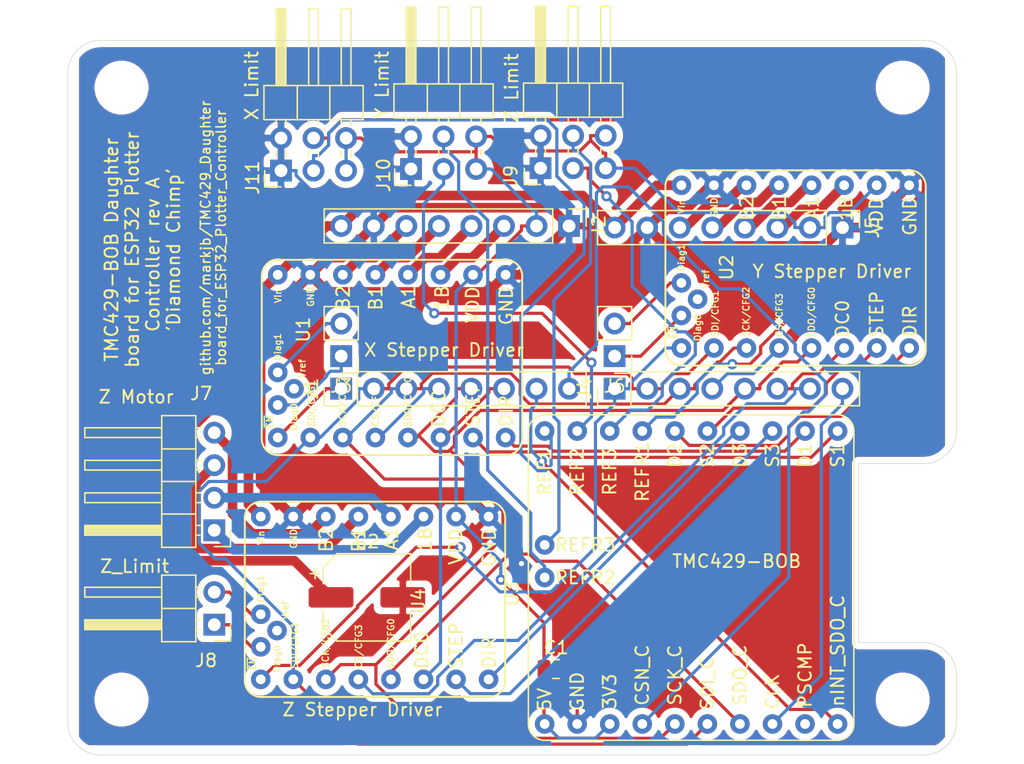
<source format=kicad_pcb>
(kicad_pcb (version 20171130) (host pcbnew "(5.1.9)-1")
  (layers (0 F.Cu signal) (31 B.Cu signal) (34 B.Paste user) (35 F.Paste user) (36 B.SilkS user) (37 F.SilkS user) (38 B.Mask user) (39 F.Mask user) (44 Edge.Cuts user))
  (net 0 "")
  (net 1 /3v3)
  (net 2 /GND)
  (net 3 "Net-(J1-Pad1)")
  (net 4 /MOSI)
  (net 5 /SCK)
  (net 6 "Net-(J1-Pad4)")
  (net 7 /MISO)
  (net 8 /DCO)
  (net 9 /INT_429)
  (net 10 /CS_429)
  (net 11 /VMOT)
  (net 12 "Net-(J2-Pad6)")
  (net 13 "Net-(J2-Pad5)")
  (net 14 "Net-(J2-Pad4)")
  (net 15 "Net-(J2-Pad3)")
  (net 16 /EN)
  (net 17 /CS_Z)
  (net 18 /CLK_429)
  (net 19 /REF1)
  (net 20 /REF2)
  (net 21 /REF3)
  (net 22 "Net-(J5-Pad6)")
  (net 23 "Net-(J5-Pad5)")
  (net 24 "Net-(J5-Pad4)")
  (net 25 "Net-(J5-Pad3)")
  (net 26 "Net-(J6-Pad1)")
  (net 27 "Net-(J6-Pad2)")
  (net 28 /X_Step)
  (net 29 /X_Dir)
  (net 30 /Y_Dir)
  (net 31 /Y_Step)
  (net 32 "Net-(U3-Pad9)")
  (net 33 /Z_Step)
  (net 34 /Z_Dir)
  (net 35 "Net-(J3-Pad1)")
  (net 36 "Net-(J3-Pad2)")
  (net 37 "Net-(J4-Pad6)")
  (net 38 "Net-(J7-Pad1)")
  (net 39 "Net-(J7-Pad2)")
  (net 40 "Net-(J7-Pad3)")
  (net 41 "Net-(J7-Pad4)")
  (net 42 "Net-(J8-Pad1)")
  (net 43 "Net-(J8-Pad2)")
  (net 44 /REFR3)
  (net 45 /REFR2)
  (net 46 /REFR1)
  (net 47 "Net-(J4-Pad4)")
  (module custom:TMC429-BOB (layer F.Cu) (at 127.254 75.565 90)
    (fp_text reference U3 (at 11.43 -1.27 90) (layer F.SilkS))
    (fp_text value TMC429-BOB (at 13.97 16.256 180) (layer F.SilkS))
    (fp_text user REFR3 (at 15.24 4.445) (layer F.SilkS))
    (fp_text user REFR2 (at 12.7 4.445) (layer F.SilkS))
    (fp_text user REF1 (at 20.955 1.27 90) (layer F.SilkS))
    (fp_text user REF2 (at 20.955 3.81 90) (layer F.SilkS))
    (fp_text user REF3 (at 20.955 6.35 90) (layer F.SilkS))
    (fp_text user REFR1 (at 20.955 8.89 90) (layer F.SilkS))
    (fp_text user D2 (at 22.225 11.43 90) (layer F.SilkS))
    (fp_text user S2 (at 22.225 13.97 90) (layer F.SilkS))
    (fp_text user D3 (at 22.225 16.51 90) (layer F.SilkS))
    (fp_text user S3 (at 22.225 19.05 90) (layer F.SilkS))
    (fp_text user D1 (at 22.225 21.59 90) (layer F.SilkS))
    (fp_text user S1 (at 22.225 24.13 90) (layer F.SilkS))
    (fp_text user nINT_SDO_C (at 6.985 24.13 90) (layer F.SilkS))
    (fp_text user PSCMP (at 5.08 21.59 90) (layer F.SilkS))
    (fp_text user CLK (at 3.81 19.05 90) (layer F.SilkS))
    (fp_text user SDO_C (at 5.08 16.51 90) (layer F.SilkS))
    (fp_text user SDI_C (at 4.445 13.97 90) (layer F.SilkS))
    (fp_text user SCK_C (at 5.08 11.43 90) (layer F.SilkS))
    (fp_text user CSN_C (at 5.08 8.89 90) (layer F.SilkS))
    (fp_text user 3V3 (at 3.81 6.35 90) (layer F.SilkS))
    (fp_text user GND (at 3.81 3.81 90) (layer F.SilkS))
    (fp_text user 5V (at 3.175 1.27 90) (layer F.SilkS))
    (pad 22 thru_hole circle (at 15.24 1.27 90) (size 1.524 1.524) (drill 0.762) (layers *.Cu *.Mask) (net 44 /REFR3))
    (pad 21 thru_hole circle (at 12.7 1.27 90) (size 1.524 1.524) (drill 0.762) (layers *.Cu *.Mask) (net 45 /REFR2))
    (pad 20 thru_hole circle (at 24.13 1.27 90) (size 1.524 1.524) (drill 0.762) (layers *.Cu *.Mask) (net 19 /REF1))
    (pad 19 thru_hole circle (at 24.13 3.81 90) (size 1.524 1.524) (drill 0.762) (layers *.Cu *.Mask) (net 20 /REF2))
    (pad 18 thru_hole circle (at 24.13 6.35 90) (size 1.524 1.524) (drill 0.762) (layers *.Cu *.Mask) (net 21 /REF3))
    (pad 17 thru_hole circle (at 24.13 8.89 90) (size 1.524 1.524) (drill 0.762) (layers *.Cu *.Mask) (net 46 /REFR1))
    (pad 16 thru_hole circle (at 24.13 11.43 90) (size 1.524 1.524) (drill 0.762) (layers *.Cu *.Mask) (net 30 /Y_Dir))
    (pad 15 thru_hole circle (at 24.13 13.97 90) (size 1.524 1.524) (drill 0.762) (layers *.Cu *.Mask) (net 31 /Y_Step))
    (pad 14 thru_hole circle (at 24.13 16.51 90) (size 1.524 1.524) (drill 0.762) (layers *.Cu *.Mask) (net 34 /Z_Dir))
    (pad 13 thru_hole circle (at 24.13 19.05 90) (size 1.524 1.524) (drill 0.762) (layers *.Cu *.Mask) (net 33 /Z_Step))
    (pad 12 thru_hole circle (at 24.13 21.59 90) (size 1.524 1.524) (drill 0.762) (layers *.Cu *.Mask) (net 29 /X_Dir))
    (pad 11 thru_hole circle (at 24.13 24.13 90) (size 1.524 1.524) (drill 0.762) (layers *.Cu *.Mask) (net 28 /X_Step))
    (pad 10 thru_hole circle (at 1.27 24.13 90) (size 1.524 1.524) (drill 0.762) (layers *.Cu *.Mask) (net 9 /INT_429))
    (pad 9 thru_hole circle (at 1.27 21.59 90) (size 1.524 1.524) (drill 0.762) (layers *.Cu *.Mask) (net 32 "Net-(U3-Pad9)"))
    (pad 8 thru_hole circle (at 1.27 19.05 90) (size 1.524 1.524) (drill 0.762) (layers *.Cu *.Mask) (net 18 /CLK_429))
    (pad 7 thru_hole circle (at 1.27 16.51 90) (size 1.524 1.524) (drill 0.762) (layers *.Cu *.Mask) (net 7 /MISO))
    (pad 6 thru_hole circle (at 1.27 13.97 90) (size 1.524 1.524) (drill 0.762) (layers *.Cu *.Mask) (net 4 /MOSI))
    (pad 5 thru_hole circle (at 1.27 11.43 90) (size 1.524 1.524) (drill 0.762) (layers *.Cu *.Mask) (net 5 /SCK))
    (pad 4 thru_hole circle (at 1.27 8.89 90) (size 1.524 1.524) (drill 0.762) (layers *.Cu *.Mask) (net 10 /CS_429))
    (pad 3 thru_hole circle (at 1.27 6.35 90) (size 1.524 1.524) (drill 0.762) (layers *.Cu *.Mask) (net 1 /3v3))
    (pad 2 thru_hole circle (at 1.27 3.81 90) (size 1.524 1.524) (drill 0.762) (layers *.Cu *.Mask) (net 2 /GND))
    (pad 1 thru_hole circle (at 1.27 1.27 90) (size 1.524 1.524) (drill 0.762) (layers *.Cu *.Mask) (net 1 /3v3))
  )
  (module custom:StepstickTMCv2 (layer F.Cu) (at 106.37 70.8152 90)
    (fp_text reference U4 (at 6.096 12.319 270) (layer F.SilkS))
    (fp_text value TMC2130)
    (fp_text user Vref (at 5.3848 1.905 270) (layer F.SilkS) (effects (font (size 0.5 0.5) (thickness 0.1))))
    (fp_text user Diag1 (at 7.0612 0 270) (layer F.SilkS) (effects (font (size 0.5 0.5) (thickness 0.1))))
    (fp_text user Diag0 (at 1.6002 1.27 270) (layer F.SilkS) (effects (font (size 0.5 0.5) (thickness 0.1))))
    (fp_text user GND (at 10.287 17.8308 270) (layer F.SilkS))
    (fp_text user VDD (at 10.3632 15.2146 270) (layer F.SilkS))
    (fp_text user 1B (at 10.8966 12.827 270) (layer F.SilkS))
    (fp_text user A1 (at 10.9728 10.2108 270) (layer F.SilkS))
    (fp_text user B1 (at 10.8966 7.6454 270) (layer F.SilkS))
    (fp_text user B2 (at 10.8966 5.1054 270) (layer F.SilkS))
    (fp_text user GND (at 10.9728 2.5654 270) (layer F.SilkS) (effects (font (size 0.5 0.5) (thickness 0.1))))
    (fp_text user Vin (at 11.049 0.0254 270) (layer F.SilkS) (effects (font (size 0.5 0.5) (thickness 0.1))))
    (fp_text user ~EN (at 1.2192 -0.635 270) (layer F.SilkS) (effects (font (size 0.5 0.5) (thickness 0.1))))
    (fp_text user SDI/CFG1 (at 2.667 2.6416 270) (layer F.SilkS) (effects (font (size 0.5 0.5) (thickness 0.1))))
    (fp_text user SCK/CFG2 (at 2.8194 5.0546 90) (layer F.SilkS) (effects (font (size 0.5 0.5) (thickness 0.1))))
    (fp_text user CS/CFG3 (at 2.5654 7.6454 270) (layer F.SilkS) (effects (font (size 0.5 0.5) (thickness 0.1))))
    (fp_text user SDO/CFG0 (at 2.794 10.16 270) (layer F.SilkS) (effects (font (size 0.5 0.5) (thickness 0.1))))
    (fp_text user DC0 (at 2.286 12.573 270) (layer F.SilkS))
    (fp_text user STEP (at 2.6416 15.24 270) (layer F.SilkS))
    (fp_text user DIR (at 2.0828 17.8308 270) (layer F.SilkS))
    (pad 19 thru_hole circle (at 3.81 1.27 270) (size 1.524 1.524) (drill 0.762) (layers *.Cu *.Mask))
    (pad 18 thru_hole circle (at 5.08 0 270) (size 1.524 1.524) (drill 0.762) (layers *.Cu *.Mask) (net 43 "Net-(J8-Pad2)"))
    (pad 17 thru_hole circle (at 2.54 0 270) (size 1.524 1.524) (drill 0.762) (layers *.Cu *.Mask) (net 42 "Net-(J8-Pad1)"))
    (pad 8 thru_hole circle (at 0 17.78 270) (size 1.524 1.524) (drill 0.762) (layers *.Cu *.Mask) (net 34 /Z_Dir))
    (pad 7 thru_hole circle (at 0 15.24 270) (size 1.524 1.524) (drill 0.762) (layers *.Cu *.Mask) (net 33 /Z_Step))
    (pad 6 thru_hole circle (at 0 12.7 270) (size 1.524 1.524) (drill 0.762) (layers *.Cu *.Mask) (net 8 /DCO))
    (pad 5 thru_hole circle (at 0 10.16 270) (size 1.524 1.524) (drill 0.762) (layers *.Cu *.Mask) (net 7 /MISO))
    (pad 4 thru_hole circle (at 0 7.62 270) (size 1.524 1.524) (drill 0.762) (layers *.Cu *.Mask) (net 17 /CS_Z))
    (pad 3 thru_hole circle (at 0 5.08 270) (size 1.524 1.524) (drill 0.762) (layers *.Cu *.Mask) (net 5 /SCK))
    (pad 2 thru_hole circle (at 0 2.54 270) (size 1.524 1.524) (drill 0.762) (layers *.Cu *.Mask) (net 4 /MOSI))
    (pad 1 thru_hole circle (at 0 0 270) (size 1.524 1.524) (drill 0.762) (layers *.Cu *.Mask) (net 16 /EN))
    (pad 16 thru_hole circle (at 12.7 0 270) (size 1.524 1.524) (drill 0.762) (layers *.Cu *.Mask) (net 11 /VMOT))
    (pad 15 thru_hole circle (at 12.7 2.54 270) (size 1.524 1.524) (drill 0.762) (layers *.Cu *.Mask) (net 2 /GND))
    (pad 14 thru_hole circle (at 12.7 5.08 270) (size 1.524 1.524) (drill 0.762) (layers *.Cu *.Mask) (net 41 "Net-(J7-Pad4)"))
    (pad 13 thru_hole circle (at 12.7 7.62 270) (size 1.524 1.524) (drill 0.762) (layers *.Cu *.Mask) (net 40 "Net-(J7-Pad3)"))
    (pad 12 thru_hole circle (at 12.7 10.16 270) (size 1.524 1.524) (drill 0.762) (layers *.Cu *.Mask) (net 39 "Net-(J7-Pad2)"))
    (pad 11 thru_hole circle (at 12.7 12.7 270) (size 1.524 1.524) (drill 0.762) (layers *.Cu *.Mask) (net 38 "Net-(J7-Pad1)"))
    (pad 10 thru_hole circle (at 12.7 15.24 270) (size 1.524 1.524) (drill 0.762) (layers *.Cu *.Mask) (net 1 /3v3))
    (pad 9 thru_hole circle (at 12.7 17.78 270) (size 1.524 1.524) (drill 0.762) (layers *.Cu *.Mask) (net 2 /GND))
  )
  (module custom:StepstickTMCv2 (layer F.Cu) (at 107.696 51.943 90)
    (fp_text reference U1 (at 8.4201 1.9939 270) (layer F.SilkS))
    (fp_text value TMC2130)
    (fp_text user Vref (at 5.3848 1.905 270) (layer F.SilkS) (effects (font (size 0.5 0.5) (thickness 0.1))))
    (fp_text user Diag1 (at 7.0612 0 270) (layer F.SilkS) (effects (font (size 0.5 0.5) (thickness 0.1))))
    (fp_text user Diag0 (at 1.6002 1.27 270) (layer F.SilkS) (effects (font (size 0.5 0.5) (thickness 0.1))))
    (fp_text user GND (at 10.287 17.8308 270) (layer F.SilkS))
    (fp_text user VDD (at 10.3632 15.2146 270) (layer F.SilkS))
    (fp_text user 1B (at 10.8966 12.827 270) (layer F.SilkS))
    (fp_text user A1 (at 10.9728 10.2108 270) (layer F.SilkS))
    (fp_text user B1 (at 10.8966 7.6454 270) (layer F.SilkS))
    (fp_text user B2 (at 10.8966 5.1054 270) (layer F.SilkS))
    (fp_text user GND (at 10.9728 2.5654 270) (layer F.SilkS) (effects (font (size 0.5 0.5) (thickness 0.1))))
    (fp_text user Vin (at 11.049 0.0254 270) (layer F.SilkS) (effects (font (size 0.5 0.5) (thickness 0.1))))
    (fp_text user ~EN (at 1.2192 -0.635 270) (layer F.SilkS) (effects (font (size 0.5 0.5) (thickness 0.1))))
    (fp_text user SDI/CFG1 (at 2.667 2.6416 270) (layer F.SilkS) (effects (font (size 0.5 0.5) (thickness 0.1))))
    (fp_text user SCK/CFG2 (at 2.8194 5.0546 90) (layer F.SilkS) (effects (font (size 0.5 0.5) (thickness 0.1))))
    (fp_text user CS/CFG3 (at 2.5654 7.6454 270) (layer F.SilkS) (effects (font (size 0.5 0.5) (thickness 0.1))))
    (fp_text user SDO/CFG0 (at 2.794 10.16 270) (layer F.SilkS) (effects (font (size 0.5 0.5) (thickness 0.1))))
    (fp_text user DC0 (at 2.286 12.573 270) (layer F.SilkS))
    (fp_text user STEP (at 2.6416 15.24 270) (layer F.SilkS))
    (fp_text user DIR (at 2.0828 17.8308 270) (layer F.SilkS))
    (pad 19 thru_hole circle (at 3.81 1.27 270) (size 1.524 1.524) (drill 0.762) (layers *.Cu *.Mask))
    (pad 18 thru_hole circle (at 5.08 0 270) (size 1.524 1.524) (drill 0.762) (layers *.Cu *.Mask) (net 36 "Net-(J3-Pad2)"))
    (pad 17 thru_hole circle (at 2.54 0 270) (size 1.524 1.524) (drill 0.762) (layers *.Cu *.Mask) (net 35 "Net-(J3-Pad1)"))
    (pad 8 thru_hole circle (at 0 17.78 270) (size 1.524 1.524) (drill 0.762) (layers *.Cu *.Mask) (net 29 /X_Dir))
    (pad 7 thru_hole circle (at 0 15.24 270) (size 1.524 1.524) (drill 0.762) (layers *.Cu *.Mask) (net 28 /X_Step))
    (pad 6 thru_hole circle (at 0 12.7 270) (size 1.524 1.524) (drill 0.762) (layers *.Cu *.Mask) (net 8 /DCO))
    (pad 5 thru_hole circle (at 0 10.16 270) (size 1.524 1.524) (drill 0.762) (layers *.Cu *.Mask) (net 7 /MISO))
    (pad 4 thru_hole circle (at 0 7.62 270) (size 1.524 1.524) (drill 0.762) (layers *.Cu *.Mask) (net 6 "Net-(J1-Pad4)"))
    (pad 3 thru_hole circle (at 0 5.08 270) (size 1.524 1.524) (drill 0.762) (layers *.Cu *.Mask) (net 5 /SCK))
    (pad 2 thru_hole circle (at 0 2.54 270) (size 1.524 1.524) (drill 0.762) (layers *.Cu *.Mask) (net 4 /MOSI))
    (pad 1 thru_hole circle (at 0 0 270) (size 1.524 1.524) (drill 0.762) (layers *.Cu *.Mask) (net 3 "Net-(J1-Pad1)"))
    (pad 16 thru_hole circle (at 12.7 0 270) (size 1.524 1.524) (drill 0.762) (layers *.Cu *.Mask) (net 11 /VMOT))
    (pad 15 thru_hole circle (at 12.7 2.54 270) (size 1.524 1.524) (drill 0.762) (layers *.Cu *.Mask) (net 2 /GND))
    (pad 14 thru_hole circle (at 12.7 5.08 270) (size 1.524 1.524) (drill 0.762) (layers *.Cu *.Mask) (net 12 "Net-(J2-Pad6)"))
    (pad 13 thru_hole circle (at 12.7 7.62 270) (size 1.524 1.524) (drill 0.762) (layers *.Cu *.Mask) (net 13 "Net-(J2-Pad5)"))
    (pad 12 thru_hole circle (at 12.7 10.16 270) (size 1.524 1.524) (drill 0.762) (layers *.Cu *.Mask) (net 14 "Net-(J2-Pad4)"))
    (pad 11 thru_hole circle (at 12.7 12.7 270) (size 1.524 1.524) (drill 0.762) (layers *.Cu *.Mask) (net 15 "Net-(J2-Pad3)"))
    (pad 10 thru_hole circle (at 12.7 15.24 270) (size 1.524 1.524) (drill 0.762) (layers *.Cu *.Mask) (net 1 /3v3))
    (pad 9 thru_hole circle (at 12.7 17.78 270) (size 1.524 1.524) (drill 0.762) (layers *.Cu *.Mask) (net 2 /GND))
  )
  (module custom:StepstickTMCv2 (layer F.Cu) (at 139.192 44.958 90)
    (fp_text reference U2 (at 6.2865 3.5306 270) (layer F.SilkS))
    (fp_text value TMC2130)
    (fp_text user Vref (at 5.3848 1.905 270) (layer F.SilkS) (effects (font (size 0.5 0.5) (thickness 0.1))))
    (fp_text user Diag1 (at 7.0612 0 270) (layer F.SilkS) (effects (font (size 0.5 0.5) (thickness 0.1))))
    (fp_text user Diag0 (at 1.6002 1.27 270) (layer F.SilkS) (effects (font (size 0.5 0.5) (thickness 0.1))))
    (fp_text user GND (at 10.287 17.8308 270) (layer F.SilkS))
    (fp_text user VDD (at 10.3632 15.2146 270) (layer F.SilkS))
    (fp_text user 1B (at 10.8966 12.827 270) (layer F.SilkS))
    (fp_text user A1 (at 10.9728 10.2108 270) (layer F.SilkS))
    (fp_text user B1 (at 10.8966 7.6454 270) (layer F.SilkS))
    (fp_text user B2 (at 10.8966 5.1054 270) (layer F.SilkS))
    (fp_text user GND (at 10.9728 2.5654 270) (layer F.SilkS) (effects (font (size 0.5 0.5) (thickness 0.1))))
    (fp_text user Vin (at 11.049 0.0254 270) (layer F.SilkS) (effects (font (size 0.5 0.5) (thickness 0.1))))
    (fp_text user ~EN (at 1.2192 -0.635 270) (layer F.SilkS) (effects (font (size 0.5 0.5) (thickness 0.1))))
    (fp_text user SDI/CFG1 (at 2.667 2.6416 270) (layer F.SilkS) (effects (font (size 0.5 0.5) (thickness 0.1))))
    (fp_text user SCK/CFG2 (at 2.8194 5.0546 90) (layer F.SilkS) (effects (font (size 0.5 0.5) (thickness 0.1))))
    (fp_text user CS/CFG3 (at 2.5654 7.6454 270) (layer F.SilkS) (effects (font (size 0.5 0.5) (thickness 0.1))))
    (fp_text user SDO/CFG0 (at 2.794 10.16 270) (layer F.SilkS) (effects (font (size 0.5 0.5) (thickness 0.1))))
    (fp_text user DC0 (at 2.286 12.573 270) (layer F.SilkS))
    (fp_text user STEP (at 2.6416 15.24 270) (layer F.SilkS))
    (fp_text user DIR (at 2.0828 17.8308 270) (layer F.SilkS))
    (pad 19 thru_hole circle (at 3.81 1.27 270) (size 1.524 1.524) (drill 0.762) (layers *.Cu *.Mask))
    (pad 18 thru_hole circle (at 5.08 0 270) (size 1.524 1.524) (drill 0.762) (layers *.Cu *.Mask) (net 27 "Net-(J6-Pad2)"))
    (pad 17 thru_hole circle (at 2.54 0 270) (size 1.524 1.524) (drill 0.762) (layers *.Cu *.Mask) (net 26 "Net-(J6-Pad1)"))
    (pad 8 thru_hole circle (at 0 17.78 270) (size 1.524 1.524) (drill 0.762) (layers *.Cu *.Mask) (net 30 /Y_Dir))
    (pad 7 thru_hole circle (at 0 15.24 270) (size 1.524 1.524) (drill 0.762) (layers *.Cu *.Mask) (net 31 /Y_Step))
    (pad 6 thru_hole circle (at 0 12.7 270) (size 1.524 1.524) (drill 0.762) (layers *.Cu *.Mask) (net 37 "Net-(J4-Pad6)"))
    (pad 5 thru_hole circle (at 0 10.16 270) (size 1.524 1.524) (drill 0.762) (layers *.Cu *.Mask) (net 7 /MISO))
    (pad 4 thru_hole circle (at 0 7.62 270) (size 1.524 1.524) (drill 0.762) (layers *.Cu *.Mask) (net 47 "Net-(J4-Pad4)"))
    (pad 3 thru_hole circle (at 0 5.08 270) (size 1.524 1.524) (drill 0.762) (layers *.Cu *.Mask) (net 5 /SCK))
    (pad 2 thru_hole circle (at 0 2.54 270) (size 1.524 1.524) (drill 0.762) (layers *.Cu *.Mask) (net 4 /MOSI))
    (pad 1 thru_hole circle (at 0 0 270) (size 1.524 1.524) (drill 0.762) (layers *.Cu *.Mask) (net 16 /EN))
    (pad 16 thru_hole circle (at 12.7 0 270) (size 1.524 1.524) (drill 0.762) (layers *.Cu *.Mask) (net 11 /VMOT))
    (pad 15 thru_hole circle (at 12.7 2.54 270) (size 1.524 1.524) (drill 0.762) (layers *.Cu *.Mask) (net 2 /GND))
    (pad 14 thru_hole circle (at 12.7 5.08 270) (size 1.524 1.524) (drill 0.762) (layers *.Cu *.Mask) (net 22 "Net-(J5-Pad6)"))
    (pad 13 thru_hole circle (at 12.7 7.62 270) (size 1.524 1.524) (drill 0.762) (layers *.Cu *.Mask) (net 23 "Net-(J5-Pad5)"))
    (pad 12 thru_hole circle (at 12.7 10.16 270) (size 1.524 1.524) (drill 0.762) (layers *.Cu *.Mask) (net 24 "Net-(J5-Pad4)"))
    (pad 11 thru_hole circle (at 12.7 12.7 270) (size 1.524 1.524) (drill 0.762) (layers *.Cu *.Mask) (net 25 "Net-(J5-Pad3)"))
    (pad 10 thru_hole circle (at 12.7 15.24 270) (size 1.524 1.524) (drill 0.762) (layers *.Cu *.Mask) (net 1 /3v3))
    (pad 9 thru_hole circle (at 12.7 17.78 270) (size 1.524 1.524) (drill 0.762) (layers *.Cu *.Mask) (net 2 /GND))
  )
  (module Connector_PinHeader_2.54mm:PinHeader_2x03_P2.54mm_Horizontal (layer F.Cu) (at 118.097 30.988 90)
    (fp_text reference J10 (at -0.4826 -2.1463 90) (layer F.SilkS))
    (fp_text value "Y Limit" (at 6.5532 -2.2606 90) (layer F.SilkS))
    (pad 6 thru_hole oval (at 2.54 5.08 90) (size 1.7 1.7) (drill 1) (layers *.Cu *.Mask) (net 1 /3v3))
    (pad 5 thru_hole oval (at 0 5.08 90) (size 1.7 1.7) (drill 1) (layers *.Cu *.Mask) (net 1 /3v3))
    (pad 4 thru_hole oval (at 2.54 2.54 90) (size 1.7 1.7) (drill 1) (layers *.Cu *.Mask) (net 45 /REFR2))
    (pad 3 thru_hole oval (at 0 2.54 90) (size 1.7 1.7) (drill 1) (layers *.Cu *.Mask) (net 20 /REF2))
    (pad 2 thru_hole oval (at 2.54 0 90) (size 1.7 1.7) (drill 1) (layers *.Cu *.Mask) (net 2 /GND))
    (pad 1 thru_hole rect (at 0 0 90) (size 1.7 1.7) (drill 1) (layers *.Cu *.Mask) (net 2 /GND))
  )
  (module Connector_PinHeader_2.54mm:PinHeader_2x03_P2.54mm_Horizontal (layer F.Cu) (at 107.95 31.115 90)
    (fp_text reference J11 (at -0.5461 -2.2225 90) (layer F.SilkS))
    (fp_text value "X Limit" (at 6.6294 -2.286 90) (layer F.SilkS))
    (pad 1 thru_hole rect (at 0 0 90) (size 1.7 1.7) (drill 1) (layers *.Cu *.Mask) (net 2 /GND))
    (pad 2 thru_hole oval (at 2.54 0 90) (size 1.7 1.7) (drill 1) (layers *.Cu *.Mask) (net 2 /GND))
    (pad 3 thru_hole oval (at 0 2.54 90) (size 1.7 1.7) (drill 1) (layers *.Cu *.Mask) (net 19 /REF1))
    (pad 4 thru_hole oval (at 2.54 2.54 90) (size 1.7 1.7) (drill 1) (layers *.Cu *.Mask) (net 46 /REFR1))
    (pad 5 thru_hole oval (at 0 5.08 90) (size 1.7 1.7) (drill 1) (layers *.Cu *.Mask) (net 1 /3v3))
    (pad 6 thru_hole oval (at 2.54 5.08 90) (size 1.7 1.7) (drill 1) (layers *.Cu *.Mask) (net 1 /3v3))
  )
  (module Connector_PinHeader_2.54mm:PinHeader_2x03_P2.54mm_Horizontal (layer F.Cu) (at 128.206 30.9245 90)
    (fp_text reference J9 (at -0.6096 -2.3241 90) (layer F.SilkS))
    (fp_text value "Z Limit" (at 6.2484 -2.2606 90) (layer F.SilkS))
    (pad 1 thru_hole rect (at 0 0 90) (size 1.7 1.7) (drill 1) (layers *.Cu *.Mask) (net 2 /GND))
    (pad 2 thru_hole oval (at 2.54 0 90) (size 1.7 1.7) (drill 1) (layers *.Cu *.Mask) (net 2 /GND))
    (pad 3 thru_hole oval (at 0 2.54 90) (size 1.7 1.7) (drill 1) (layers *.Cu *.Mask) (net 21 /REF3))
    (pad 4 thru_hole oval (at 2.54 2.54 90) (size 1.7 1.7) (drill 1) (layers *.Cu *.Mask) (net 44 /REFR3))
    (pad 5 thru_hole oval (at 0 5.08 90) (size 1.7 1.7) (drill 1) (layers *.Cu *.Mask) (net 1 /3v3))
    (pad 6 thru_hole oval (at 2.54 5.08 90) (size 1.7 1.7) (drill 1) (layers *.Cu *.Mask) (net 1 /3v3))
  )
  (module Connector_PinHeader_2.54mm:PinHeader_1x02_P2.54mm_Horizontal (layer F.Cu) (at 102.743 66.548 180)
    (fp_text reference J8 (at 0.635 -2.794) (layer F.SilkS))
    (fp_text value Z_Limit (at 6.223 4.5593) (layer F.SilkS))
    (pad 1 thru_hole rect (at 0 0 180) (size 1.7 1.7) (drill 1) (layers *.Cu *.Mask) (net 42 "Net-(J8-Pad1)"))
    (pad 2 thru_hole oval (at 0 2.54 180) (size 1.7 1.7) (drill 1) (layers *.Cu *.Mask) (net 43 "Net-(J8-Pad2)"))
  )
  (module Connector_PinHeader_2.54mm:PinHeader_1x02_P2.54mm_Vertical (layer F.Cu) (at 133.985 45.593 180)
    (fp_text reference J6 (at 0 -2.33) (layer F.SilkS))
    (fp_text value "Y Stepper C")
    (pad 2 thru_hole oval (at 0 2.54 180) (size 1.7 1.7) (drill 1) (layers *.Cu *.Mask) (net 27 "Net-(J6-Pad2)"))
    (pad 1 thru_hole rect (at 0 0 180) (size 1.7 1.7) (drill 1) (layers *.Cu *.Mask) (net 26 "Net-(J6-Pad1)"))
  )
  (module Connector_PinHeader_2.54mm:PinHeader_1x02_P2.54mm_Vertical (layer F.Cu) (at 112.649 45.593 180)
    (fp_text reference J3 (at 0 -2.33) (layer F.SilkS))
    (fp_text value "X Stepper C")
    (pad 1 thru_hole rect (at 0 0 180) (size 1.7 1.7) (drill 1) (layers *.Cu *.Mask) (net 35 "Net-(J3-Pad1)"))
    (pad 2 thru_hole oval (at 0 2.54 180) (size 1.7 1.7) (drill 1) (layers *.Cu *.Mask) (net 36 "Net-(J3-Pad2)"))
  )
  (module MountingHole:MountingHole_3.2mm_M3 (layer F.Cu) (at 95.504 24.638)
    (fp_text reference H1 hide)
    (fp_text value MountingHole_3.2mm_M3)
    (pad 1 np_thru_hole circle (at 0 0) (size 3.2 3.2) (drill 3.2) (layers *.Cu *.Mask))
  )
  (module MountingHole:MountingHole_3.2mm_M3 (layer F.Cu) (at 95.504 72.39)
    (fp_text reference H4 hide)
    (fp_text value MountingHole_3.2mm_M3)
    (pad 1 np_thru_hole circle (at 0 0) (size 3.2 3.2) (drill 3.2) (layers *.Cu *.Mask))
  )
  (module MountingHole:MountingHole_3.2mm_M3 (layer F.Cu) (at 156.464 72.39)
    (fp_text reference H3 hide)
    (fp_text value MountingHole_3.2mm_M3)
    (pad 1 np_thru_hole circle (at 0 0) (size 3.2 3.2) (drill 3.2) (layers *.Cu *.Mask))
  )
  (module MountingHole:MountingHole_3.2mm_M3 (layer F.Cu) (at 156.464 24.638)
    (fp_text reference H2 hide)
    (fp_text value MountingHole_3.2mm_M3)
    (pad 1 np_thru_hole circle (at 0 0) (size 3.2 3.2) (drill 3.2) (layers *.Cu *.Mask))
  )
  (module Capacitor_SMD:C_0805_2012Metric (layer F.Cu) (at 129.423 70.01)
    (fp_text reference C1 (at 0 -1.68) (layer F.SilkS))
    (fp_text value 100n)
    (pad 1 smd roundrect (at -0.95 0) (size 1 1.45) (layers F.Cu F.Paste F.Mask) (net 1 /3v3))
    (pad 2 smd roundrect (at 0.95 0) (size 1 1.45) (layers F.Cu F.Paste F.Mask) (net 2 /GND))
  )
  (module Connector_PinHeader_2.54mm:PinHeader_1x08_P2.54mm_Vertical (layer F.Cu) (at 112.649 48.133 90)
    (fp_text reference J1 (at 0 -2.33 90) (layer F.SilkS))
    (fp_text value "X Stepper A")
    (pad 1 thru_hole rect (at 0 0 90) (size 1.7 1.7) (drill 1) (layers *.Cu *.Mask) (net 3 "Net-(J1-Pad1)"))
    (pad 2 thru_hole oval (at 0 2.54 90) (size 1.7 1.7) (drill 1) (layers *.Cu *.Mask) (net 4 /MOSI))
    (pad 3 thru_hole oval (at 0 5.08 90) (size 1.7 1.7) (drill 1) (layers *.Cu *.Mask) (net 5 /SCK))
    (pad 4 thru_hole oval (at 0 7.62 90) (size 1.7 1.7) (drill 1) (layers *.Cu *.Mask) (net 6 "Net-(J1-Pad4)"))
    (pad 5 thru_hole oval (at 0 10.16 90) (size 1.7 1.7) (drill 1) (layers *.Cu *.Mask) (net 7 /MISO))
    (pad 6 thru_hole oval (at 0 12.7 90) (size 1.7 1.7) (drill 1) (layers *.Cu *.Mask) (net 8 /DCO))
    (pad 7 thru_hole oval (at 0 15.24 90) (size 1.7 1.7) (drill 1) (layers *.Cu *.Mask) (net 9 /INT_429))
    (pad 8 thru_hole oval (at 0 17.78 90) (size 1.7 1.7) (drill 1) (layers *.Cu *.Mask) (net 10 /CS_429))
  )
  (module Connector_PinHeader_2.54mm:PinHeader_1x08_P2.54mm_Vertical (layer F.Cu) (at 130.429 35.433 270)
    (fp_text reference J2 (at 0 -2.33 90) (layer F.SilkS))
    (fp_text value "X Stepper B")
    (pad 8 thru_hole oval (at 0 17.78 270) (size 1.7 1.7) (drill 1) (layers *.Cu *.Mask) (net 11 /VMOT))
    (pad 7 thru_hole oval (at 0 15.24 270) (size 1.7 1.7) (drill 1) (layers *.Cu *.Mask) (net 2 /GND))
    (pad 6 thru_hole oval (at 0 12.7 270) (size 1.7 1.7) (drill 1) (layers *.Cu *.Mask) (net 12 "Net-(J2-Pad6)"))
    (pad 5 thru_hole oval (at 0 10.16 270) (size 1.7 1.7) (drill 1) (layers *.Cu *.Mask) (net 13 "Net-(J2-Pad5)"))
    (pad 4 thru_hole oval (at 0 7.62 270) (size 1.7 1.7) (drill 1) (layers *.Cu *.Mask) (net 14 "Net-(J2-Pad4)"))
    (pad 3 thru_hole oval (at 0 5.08 270) (size 1.7 1.7) (drill 1) (layers *.Cu *.Mask) (net 15 "Net-(J2-Pad3)"))
    (pad 2 thru_hole oval (at 0 2.54 270) (size 1.7 1.7) (drill 1) (layers *.Cu *.Mask) (net 1 /3v3))
    (pad 1 thru_hole rect (at 0 0 270) (size 1.7 1.7) (drill 1) (layers *.Cu *.Mask) (net 2 /GND))
  )
  (module Connector_PinHeader_2.54mm:PinHeader_1x08_P2.54mm_Vertical (layer F.Cu) (at 133.985 48.133 90)
    (fp_text reference J4 (at 0 -2.33 90) (layer F.SilkS))
    (fp_text value "Y Stepper A")
    (pad 1 thru_hole rect (at 0 0 90) (size 1.7 1.7) (drill 1) (layers *.Cu *.Mask) (net 16 /EN))
    (pad 2 thru_hole oval (at 0 2.54 90) (size 1.7 1.7) (drill 1) (layers *.Cu *.Mask) (net 4 /MOSI))
    (pad 3 thru_hole oval (at 0 5.08 90) (size 1.7 1.7) (drill 1) (layers *.Cu *.Mask) (net 5 /SCK))
    (pad 4 thru_hole oval (at 0 7.62 90) (size 1.7 1.7) (drill 1) (layers *.Cu *.Mask) (net 47 "Net-(J4-Pad4)"))
    (pad 5 thru_hole oval (at 0 10.16 90) (size 1.7 1.7) (drill 1) (layers *.Cu *.Mask) (net 7 /MISO))
    (pad 6 thru_hole oval (at 0 12.7 90) (size 1.7 1.7) (drill 1) (layers *.Cu *.Mask) (net 37 "Net-(J4-Pad6)"))
    (pad 7 thru_hole oval (at 0 15.24 90) (size 1.7 1.7) (drill 1) (layers *.Cu *.Mask) (net 17 /CS_Z))
    (pad 8 thru_hole oval (at 0 17.78 90) (size 1.7 1.7) (drill 1) (layers *.Cu *.Mask) (net 18 /CLK_429))
  )
  (module Connector_PinHeader_2.54mm:PinHeader_1x08_P2.54mm_Vertical (layer F.Cu) (at 151.765 35.56 270)
    (fp_text reference J5 (at 0 -2.33 90) (layer F.SilkS))
    (fp_text value "Y Stepper B")
    (pad 8 thru_hole oval (at 0 17.78 270) (size 1.7 1.7) (drill 1) (layers *.Cu *.Mask) (net 11 /VMOT))
    (pad 7 thru_hole oval (at 0 15.24 270) (size 1.7 1.7) (drill 1) (layers *.Cu *.Mask) (net 2 /GND))
    (pad 6 thru_hole oval (at 0 12.7 270) (size 1.7 1.7) (drill 1) (layers *.Cu *.Mask) (net 22 "Net-(J5-Pad6)"))
    (pad 5 thru_hole oval (at 0 10.16 270) (size 1.7 1.7) (drill 1) (layers *.Cu *.Mask) (net 23 "Net-(J5-Pad5)"))
    (pad 4 thru_hole oval (at 0 7.62 270) (size 1.7 1.7) (drill 1) (layers *.Cu *.Mask) (net 24 "Net-(J5-Pad4)"))
    (pad 3 thru_hole oval (at 0 5.08 270) (size 1.7 1.7) (drill 1) (layers *.Cu *.Mask) (net 25 "Net-(J5-Pad3)"))
    (pad 2 thru_hole oval (at 0 2.54 270) (size 1.7 1.7) (drill 1) (layers *.Cu *.Mask) (net 1 /3v3))
    (pad 1 thru_hole rect (at 0 0 270) (size 1.7 1.7) (drill 1) (layers *.Cu *.Mask) (net 2 /GND))
  )
  (module Connector_PinHeader_2.54mm:PinHeader_1x04_P2.54mm_Horizontal (layer F.Cu) (at 102.743 59.182 180)
    (fp_text reference J7 (at 1.016 10.668) (layer F.SilkS))
    (fp_text value "Z Motor" (at 6.096 10.414) (layer F.SilkS))
    (pad 1 thru_hole rect (at 0 0 180) (size 1.7 1.7) (drill 1) (layers *.Cu *.Mask) (net 38 "Net-(J7-Pad1)"))
    (pad 2 thru_hole oval (at 0 2.54 180) (size 1.7 1.7) (drill 1) (layers *.Cu *.Mask) (net 39 "Net-(J7-Pad2)"))
    (pad 3 thru_hole oval (at 0 5.08 180) (size 1.7 1.7) (drill 1) (layers *.Cu *.Mask) (net 40 "Net-(J7-Pad3)"))
    (pad 4 thru_hole oval (at 0 7.62 180) (size 1.7 1.7) (drill 1) (layers *.Cu *.Mask) (net 41 "Net-(J7-Pad4)"))
  )
  (module Capacitor_SMD:CP_Elec_6.3x5.4 (layer F.Cu) (at 114.6556 64.4144)
    (fp_text reference C2 (at 0 -4.35) (layer F.SilkS))
    (fp_text value "47uF 25v")
    (pad 1 smd roundrect (at -2.8 0) (size 3.5 1.6) (layers F.Cu F.Paste F.Mask) (roundrect_rratio 0.15625) (net 11 /VMOT))
    (pad 2 smd roundrect (at 2.8 0) (size 3.5 1.6) (layers F.Cu F.Paste F.Mask) (roundrect_rratio 0.15625) (net 2 /GND))
  )
  (gr_line (start 160.655 70.485) (end 160.655 74.168) (layer Edge.Cuts) (width 0.05))
  (gr_arc (start 158.115 70.485) (end 158.115 67.945) (angle 90) (layer Edge.Cuts) (width 0.05))
  (gr_line (start 153.035 67.945) (end 158.115 67.945) (layer Edge.Cuts) (width 0.05))
  (gr_line (start 153.035 66.675) (end 153.035 67.945) (layer Edge.Cuts) (width 0.05))
  (gr_line (start 160.655 51.435) (end 160.655 23.495) (layer Edge.Cuts) (width 0.05))
  (gr_arc (start 158.115 51.435) (end 158.115 53.975) (angle -90) (layer Edge.Cuts) (width 0.05))
  (gr_line (start 153.035 53.975) (end 158.115 53.975) (layer Edge.Cuts) (width 0.05))
  (gr_line (start 153.035 54.61) (end 153.035 53.975) (layer Edge.Cuts) (width 0.05))
  (gr_line (start 91.313 23.495) (end 91.313 74.168) (layer Edge.Cuts) (width 0.05))
  (gr_line (start 158.115 20.955) (end 93.853 20.955) (layer Edge.Cuts) (width 0.05))
  (gr_line (start 93.853 76.708) (end 158.115 76.708) (layer Edge.Cuts) (width 0.05))
  (gr_arc (start 158.115 23.495) (end 158.115 20.955) (angle 90) (layer Edge.Cuts) (width 0.05))
  (gr_arc (start 93.853 23.495) (end 93.853 20.955) (angle -90) (layer Edge.Cuts) (width 0.05))
  (gr_arc (start 93.853 74.168) (end 93.853 76.708) (angle 90) (layer Edge.Cuts) (width 0.05))
  (gr_arc (start 158.115 74.168) (end 158.115 76.708) (angle -90) (layer Edge.Cuts) (width 0.05))
  (gr_line (start 153.035 66.675) (end 153.035 54.61) (layer Edge.Cuts) (width 0.05))
  (gr_text "github.com/markjb/TMC429_Daughter\nboard_for_ESP32_Plotter_Controller" (at 102.6668 36.3601 90) (layer F.SilkS) (effects (font (size 0.75 0.75) (thickness 0.125))))
  (gr_text "TMC429-BOB Daughter\nboard for ESP32 Plotter\nController rev A \n'Diamond Chimp'" (at 97.1423 37.2872 90) (layer F.SilkS) (effects (font (size 1 1))))
  (gr_text "Y Stepper Driver" (at 150.9395 38.9763) (layer F.SilkS) (effects (font (size 1 1))))
  (gr_text "X Stepper Driver" (at 120.6754 45.1104) (layer F.SilkS) (effects (font (size 1 1))))
  (gr_text "Z Stepper Driver" (at 114.3 73.1774) (layer F.SilkS) (effects (font (size 1 1))))
  (segment (start 127.889 35.433) (end 127.889 34.2577) (width 0.25) (layer B.Cu) (net 1))
  (segment (start 123.177 30.988) (end 124.3523 30.988) (width 0.25) (layer B.Cu) (net 1))
  (segment (start 124.3523 30.988) (end 127.622 34.2577) (width 0.25) (layer B.Cu) (net 1))
  (segment (start 127.622 34.2577) (end 127.889 34.2577) (width 0.25) (layer B.Cu) (net 1))
  (segment (start 127.889 35.433) (end 126.7137 35.433) (width 0.25) (layer F.Cu) (net 1))
  (segment (start 126.7137 35.433) (end 126.7137 35.7713) (width 0.25) (layer F.Cu) (net 1))
  (segment (start 126.7137 35.7713) (end 123.242 39.243) (width 0.25) (layer F.Cu) (net 1))
  (segment (start 123.242 39.243) (end 122.936 39.243) (width 0.25) (layer F.Cu) (net 1))
  (segment (start 132.1107 28.7518) (end 131.2849 29.5776) (width 0.25) (layer F.Cu) (net 1))
  (segment (start 131.2849 29.5776) (end 125.4819 29.5776) (width 0.25) (layer F.Cu) (net 1))
  (segment (start 125.4819 29.5776) (end 124.3523 28.448) (width 0.25) (layer F.Cu) (net 1))
  (segment (start 132.1107 28.3845) (end 132.1107 28.7518) (width 0.25) (layer F.Cu) (net 1))
  (segment (start 133.286 29.7492) (end 133.1081 29.7492) (width 0.25) (layer F.Cu) (net 1))
  (segment (start 133.1081 29.7492) (end 132.1107 28.7518) (width 0.25) (layer F.Cu) (net 1))
  (segment (start 133.286 30.9245) (end 133.286 29.7492) (width 0.25) (layer F.Cu) (net 1))
  (segment (start 128.473 70.01) (end 128.473 74.244) (width 0.25) (layer F.Cu) (net 1))
  (segment (start 128.473 74.244) (end 128.524 74.295) (width 0.25) (layer F.Cu) (net 1))
  (segment (start 125.1054 63.0355) (end 128.473 66.4031) (width 0.25) (layer F.Cu) (net 1))
  (segment (start 128.473 66.4031) (end 128.473 70.01) (width 0.25) (layer F.Cu) (net 1))
  (segment (start 121.61 58.1152) (end 125.1054 61.6106) (width 0.25) (layer B.Cu) (net 1))
  (segment (start 125.1054 61.6106) (end 125.1054 63.0355) (width 0.25) (layer B.Cu) (net 1))
  (segment (start 122.936 39.243) (end 121.61 40.569) (width 0.25) (layer B.Cu) (net 1))
  (segment (start 121.61 40.569) (end 121.61 58.1152) (width 0.25) (layer B.Cu) (net 1))
  (segment (start 149.225 35.56) (end 148.0497 35.56) (width 0.25) (layer B.Cu) (net 1))
  (segment (start 148.0497 35.56) (end 148.0497 35.1926) (width 0.25) (layer B.Cu) (net 1))
  (segment (start 148.0497 35.1926) (end 147.2418 34.3847) (width 0.25) (layer B.Cu) (net 1))
  (segment (start 147.2418 34.3847) (end 139.0035 34.3847) (width 0.25) (layer B.Cu) (net 1))
  (segment (start 139.0035 34.3847) (end 135.5433 30.9245) (width 0.25) (layer B.Cu) (net 1))
  (segment (start 135.5433 30.9245) (end 133.286 30.9245) (width 0.25) (layer B.Cu) (net 1))
  (segment (start 154.432 32.258) (end 152.305 34.3847) (width 0.25) (layer B.Cu) (net 1))
  (segment (start 152.305 34.3847) (end 150.768 34.3847) (width 0.25) (layer B.Cu) (net 1))
  (segment (start 150.768 34.3847) (end 150.4 34.7519) (width 0.25) (layer B.Cu) (net 1))
  (segment (start 150.4 34.7519) (end 150.4 35.56) (width 0.25) (layer B.Cu) (net 1))
  (segment (start 150.4 35.56) (end 149.225 35.56) (width 0.25) (layer B.Cu) (net 1))
  (segment (start 123.177 29.6466) (end 123.177 28.448) (width 0.25) (layer F.Cu) (net 1))
  (segment (start 123.177 30.988) (end 123.177 29.6466) (width 0.25) (layer F.Cu) (net 1))
  (segment (start 114.2053 28.575) (end 115.2769 29.6466) (width 0.25) (layer F.Cu) (net 1))
  (segment (start 115.2769 29.6466) (end 123.177 29.6466) (width 0.25) (layer F.Cu) (net 1))
  (segment (start 113.03 28.575) (end 114.2053 28.575) (width 0.25) (layer F.Cu) (net 1))
  (segment (start 123.177 28.448) (end 124.3523 28.448) (width 0.25) (layer F.Cu) (net 1))
  (segment (start 133.286 28.3845) (end 132.1107 28.3845) (width 0.25) (layer F.Cu) (net 1))
  (segment (start 128.524 74.295) (end 129.6336 75.4046) (width 0.25) (layer B.Cu) (net 1))
  (segment (start 129.6336 75.4046) (end 132.4944 75.4046) (width 0.25) (layer B.Cu) (net 1))
  (segment (start 132.4944 75.4046) (end 133.604 74.295) (width 0.25) (layer B.Cu) (net 1))
  (segment (start 113.03 28.575) (end 113.03 31.115) (width 0.25) (layer B.Cu) (net 1))
  (via (at 125.1054 63.0355) (size 0.8) (layers F.Cu B.Cu) (net 1))
  (segment (start 107.95 31.115) (end 109.1253 31.115) (width 0.25) (layer B.Cu) (net 2))
  (segment (start 109.1253 31.115) (end 109.1253 31.4823) (width 0.25) (layer B.Cu) (net 2))
  (segment (start 109.1253 31.4823) (end 111.9007 34.2577) (width 0.25) (layer B.Cu) (net 2))
  (segment (start 111.9007 34.2577) (end 115.189 34.2577) (width 0.25) (layer B.Cu) (net 2))
  (segment (start 107.95 28.575) (end 107.95 31.115) (width 0.25) (layer B.Cu) (net 2))
  (segment (start 115.189 35.433) (end 115.189 34.2577) (width 0.25) (layer B.Cu) (net 2))
  (segment (start 118.097 30.988) (end 118.097 32.1633) (width 0.25) (layer B.Cu) (net 2))
  (segment (start 115.189 34.2577) (end 116.0026 34.2577) (width 0.25) (layer B.Cu) (net 2))
  (segment (start 116.0026 34.2577) (end 118.097 32.1633) (width 0.25) (layer B.Cu) (net 2))
  (segment (start 130.373 70.01) (end 131.064 70.701) (width 0.25) (layer F.Cu) (net 2))
  (segment (start 131.064 70.701) (end 131.064 74.295) (width 0.25) (layer F.Cu) (net 2))
  (segment (start 126.714 61.7796) (end 126.714 63.1288) (width 0.25) (layer F.Cu) (net 2))
  (segment (start 126.714 63.1288) (end 130.373 66.7878) (width 0.25) (layer F.Cu) (net 2))
  (segment (start 130.373 66.7878) (end 130.373 70.01) (width 0.25) (layer F.Cu) (net 2))
  (segment (start 124.15 58.1152) (end 126.714 60.6792) (width 0.25) (layer B.Cu) (net 2))
  (segment (start 126.714 60.6792) (end 126.714 61.7796) (width 0.25) (layer B.Cu) (net 2))
  (segment (start 128.206 30.9245) (end 128.206 32.0998) (width 0.25) (layer B.Cu) (net 2))
  (segment (start 130.429 35.433) (end 130.429 34.2577) (width 0.25) (layer B.Cu) (net 2))
  (segment (start 130.429 34.2577) (end 128.2711 32.0998) (width 0.25) (layer B.Cu) (net 2))
  (segment (start 128.2711 32.0998) (end 128.206 32.0998) (width 0.25) (layer B.Cu) (net 2))
  (segment (start 118.097 30.988) (end 118.097 28.448) (width 0.25) (layer B.Cu) (net 2))
  (segment (start 128.206 28.3845) (end 128.206 30.9245) (width 0.25) (layer B.Cu) (net 2))
  (segment (start 108.91 58.1152) (end 106.359 55.5641) (width 0.75) (layer F.Cu) (net 2))
  (segment (start 106.359 55.5641) (end 106.359 43.12) (width 0.75) (layer F.Cu) (net 2))
  (segment (start 106.359 43.12) (end 110.236 39.243) (width 0.75) (layer F.Cu) (net 2))
  (segment (start 124.15 58.1152) (end 122.813 56.7782) (width 0.75) (layer F.Cu) (net 2))
  (segment (start 122.813 56.7782) (end 110.247 56.7782) (width 0.75) (layer F.Cu) (net 2))
  (segment (start 110.247 56.7782) (end 108.91 58.1152) (width 0.75) (layer F.Cu) (net 2))
  (segment (start 126.619 39.243) (end 130.429 35.433) (width 0.75) (layer F.Cu) (net 2))
  (segment (start 125.476 39.243) (end 126.619 39.243) (width 0.75) (layer F.Cu) (net 2))
  (segment (start 110.236 39.243) (end 111.573 37.906) (width 0.75) (layer F.Cu) (net 2))
  (segment (start 111.573 37.906) (end 112.716 37.906) (width 0.75) (layer F.Cu) (net 2))
  (segment (start 112.716 37.906) (end 115.189 35.433) (width 0.75) (layer F.Cu) (net 2))
  (segment (start 136.525 35.56) (end 137.95 34.135) (width 0.75) (layer F.Cu) (net 2))
  (segment (start 137.95 34.135) (end 139.577 34.135) (width 0.75) (layer F.Cu) (net 2))
  (segment (start 139.577 34.135) (end 141.454 32.258) (width 0.75) (layer F.Cu) (net 2))
  (segment (start 141.454 32.258) (end 141.732 32.258) (width 0.75) (layer F.Cu) (net 2))
  (segment (start 151.765 35.56) (end 153.67 35.56) (width 0.75) (layer F.Cu) (net 2))
  (segment (start 153.67 35.56) (end 156.972 32.258) (width 0.75) (layer F.Cu) (net 2))
  (segment (start 151.765 35.56) (end 150.34 36.985) (width 0.75) (layer F.Cu) (net 2))
  (segment (start 150.34 36.985) (end 137.95 36.985) (width 0.75) (layer F.Cu) (net 2))
  (segment (start 137.95 36.985) (end 136.525 35.56) (width 0.75) (layer F.Cu) (net 2))
  (segment (start 125.476 39.243) (end 124.139 40.58) (width 0.75) (layer F.Cu) (net 2))
  (segment (start 124.139 40.58) (end 111.573 40.58) (width 0.75) (layer F.Cu) (net 2))
  (segment (start 111.573 40.58) (end 110.236 39.243) (width 0.75) (layer F.Cu) (net 2))
  (segment (start 130.429 35.433) (end 129.004 34.008) (width 0.75) (layer F.Cu) (net 2))
  (segment (start 129.004 34.008) (end 116.614 34.008) (width 0.75) (layer F.Cu) (net 2))
  (segment (start 116.614 34.008) (end 115.189 35.433) (width 0.75) (layer F.Cu) (net 2))
  (segment (start 125.476 39.243) (end 126.619 39.243) (width 0.75) (layer F.Cu) (net 2))
  (segment (start 126.619 39.243) (end 132.842 39.243) (width 0.75) (layer F.Cu) (net 2))
  (segment (start 132.842 39.243) (end 136.525 35.56) (width 0.75) (layer F.Cu) (net 2))
  (via (at 126.714 61.7796) (size 0.8) (layers F.Cu B.Cu) (net 2))
  (segment (start 112.649 48.133) (end 111.4737 48.133) (width 0.25) (layer F.Cu) (net 3))
  (segment (start 107.696 51.943) (end 111.4737 48.1653) (width 0.25) (layer F.Cu) (net 3))
  (segment (start 111.4737 48.1653) (end 111.4737 48.133) (width 0.25) (layer F.Cu) (net 3))
  (segment (start 136.525 48.133) (end 135.3497 48.133) (width 0.25) (layer F.Cu) (net 4))
  (segment (start 115.189 48.133) (end 116.3643 48.133) (width 0.25) (layer F.Cu) (net 4))
  (segment (start 116.3643 48.133) (end 116.3643 47.7657) (width 0.25) (layer F.Cu) (net 4))
  (segment (start 116.3643 47.7657) (end 117.6879 46.4421) (width 0.25) (layer F.Cu) (net 4))
  (segment (start 117.6879 46.4421) (end 130.4004 46.4421) (width 0.25) (layer F.Cu) (net 4))
  (segment (start 130.4004 46.4421) (end 130.916 46.9577) (width 0.25) (layer F.Cu) (net 4))
  (segment (start 130.916 46.9577) (end 134.9825 46.9577) (width 0.25) (layer F.Cu) (net 4))
  (segment (start 134.9825 46.9577) (end 135.3497 47.3249) (width 0.25) (layer F.Cu) (net 4))
  (segment (start 135.3497 47.3249) (end 135.3497 48.133) (width 0.25) (layer F.Cu) (net 4))
  (segment (start 136.525 48.133) (end 137.7003 48.133) (width 0.25) (layer F.Cu) (net 4))
  (segment (start 141.732 44.958) (end 139.7323 46.9577) (width 0.25) (layer F.Cu) (net 4))
  (segment (start 139.7323 46.9577) (end 138.5082 46.9577) (width 0.25) (layer F.Cu) (net 4))
  (segment (start 138.5082 46.9577) (end 137.7003 47.7656) (width 0.25) (layer F.Cu) (net 4))
  (segment (start 137.7003 47.7656) (end 137.7003 48.133) (width 0.25) (layer F.Cu) (net 4))
  (segment (start 108.91 70.8152) (end 113.9594 75.8646) (width 0.25) (layer F.Cu) (net 4))
  (segment (start 113.9594 75.8646) (end 139.6544 75.8646) (width 0.25) (layer F.Cu) (net 4))
  (segment (start 139.6544 75.8646) (end 141.224 74.295) (width 0.25) (layer F.Cu) (net 4))
  (segment (start 110.236 51.943) (end 106.807 55.372) (width 0.25) (layer B.Cu) (net 4))
  (segment (start 106.807 55.372) (end 102.3257 55.372) (width 0.25) (layer B.Cu) (net 4))
  (segment (start 102.3257 55.372) (end 101.5661 56.1316) (width 0.25) (layer B.Cu) (net 4))
  (segment (start 101.5661 56.1316) (end 101.5661 60.1702) (width 0.25) (layer B.Cu) (net 4))
  (segment (start 101.5661 60.1702) (end 102.8023 61.4064) (width 0.25) (layer B.Cu) (net 4))
  (segment (start 102.8023 61.4064) (end 103.6284 61.4064) (width 0.25) (layer B.Cu) (net 4))
  (segment (start 103.6284 61.4064) (end 108.91 66.688) (width 0.25) (layer B.Cu) (net 4))
  (segment (start 108.91 66.688) (end 108.91 70.8152) (width 0.25) (layer B.Cu) (net 4))
  (segment (start 110.236 51.943) (end 111.0118 51.943) (width 0.25) (layer B.Cu) (net 4))
  (segment (start 111.0118 51.943) (end 114.0137 48.9411) (width 0.25) (layer B.Cu) (net 4))
  (segment (start 114.0137 48.9411) (end 114.0137 48.133) (width 0.25) (layer B.Cu) (net 4))
  (segment (start 115.189 48.133) (end 114.0137 48.133) (width 0.25) (layer B.Cu) (net 4))
  (segment (start 115.3586 69.6622) (end 115.3586 71.1893) (width 0.25) (layer F.Cu) (net 5))
  (segment (start 115.3586 71.1893) (end 119.5835 75.4142) (width 0.25) (layer F.Cu) (net 5))
  (segment (start 119.5835 75.4142) (end 137.5648 75.4142) (width 0.25) (layer F.Cu) (net 5))
  (segment (start 137.5648 75.4142) (end 138.684 74.295) (width 0.25) (layer F.Cu) (net 5))
  (segment (start 112.776 51.943) (end 116.0204 55.1874) (width 0.25) (layer F.Cu) (net 5))
  (segment (start 116.0204 55.1874) (end 122.7634 55.1874) (width 0.25) (layer F.Cu) (net 5))
  (segment (start 122.7634 55.1874) (end 125.2725 57.6965) (width 0.25) (layer F.Cu) (net 5))
  (segment (start 125.2725 57.6965) (end 125.2725 59.7483) (width 0.25) (layer F.Cu) (net 5))
  (segment (start 125.2725 59.7483) (end 115.3586 69.6622) (width 0.25) (layer F.Cu) (net 5))
  (segment (start 115.3586 69.6622) (end 112.603 69.6622) (width 0.25) (layer F.Cu) (net 5))
  (segment (start 112.603 69.6622) (end 111.45 70.8152) (width 0.25) (layer F.Cu) (net 5))
  (segment (start 144.272 44.958) (end 143.2949 44.958) (width 0.25) (layer F.Cu) (net 5))
  (segment (start 143.2949 44.958) (end 142.2075 46.0454) (width 0.25) (layer F.Cu) (net 5))
  (segment (start 142.2075 46.0454) (end 142.0266 46.0454) (width 0.25) (layer F.Cu) (net 5))
  (segment (start 142.0266 46.0454) (end 140.2403 47.8317) (width 0.25) (layer F.Cu) (net 5))
  (segment (start 140.2403 47.8317) (end 140.2403 48.133) (width 0.25) (layer F.Cu) (net 5))
  (segment (start 117.729 48.133) (end 118.9043 48.133) (width 0.25) (layer F.Cu) (net 5))
  (segment (start 118.9043 48.133) (end 118.9043 47.7657) (width 0.25) (layer F.Cu) (net 5))
  (segment (start 118.9043 47.7657) (end 119.75 46.92) (width 0.25) (layer F.Cu) (net 5))
  (segment (start 119.75 46.92) (end 125.8697 46.92) (width 0.25) (layer F.Cu) (net 5))
  (segment (start 125.8697 46.92) (end 126.619 47.6693) (width 0.25) (layer F.Cu) (net 5))
  (segment (start 126.619 47.6693) (end 126.619 48.5914) (width 0.25) (layer F.Cu) (net 5))
  (segment (start 126.619 48.5914) (end 127.3575 49.3299) (width 0.25) (layer F.Cu) (net 5))
  (segment (start 127.3575 49.3299) (end 137.8681 49.3299) (width 0.25) (layer F.Cu) (net 5))
  (segment (start 137.8681 49.3299) (end 139.065 48.133) (width 0.25) (layer F.Cu) (net 5))
  (segment (start 139.065 48.133) (end 140.2403 48.133) (width 0.25) (layer F.Cu) (net 5))
  (segment (start 117.729 48.133) (end 116.5537 48.133) (width 0.25) (layer B.Cu) (net 5))
  (segment (start 112.776 51.943) (end 113.0619 51.943) (width 0.25) (layer B.Cu) (net 5))
  (segment (start 113.0619 51.943) (end 116.5537 48.4512) (width 0.25) (layer B.Cu) (net 5))
  (segment (start 116.5537 48.4512) (end 116.5537 48.133) (width 0.25) (layer B.Cu) (net 5))
  (segment (start 120.269 48.133) (end 119.0937 48.133) (width 0.25) (layer B.Cu) (net 6))
  (segment (start 115.316 51.943) (end 115.6019 51.943) (width 0.25) (layer B.Cu) (net 6))
  (segment (start 115.6019 51.943) (end 119.0937 48.4512) (width 0.25) (layer B.Cu) (net 6))
  (segment (start 119.0937 48.4512) (end 119.0937 48.133) (width 0.25) (layer B.Cu) (net 6))
  (segment (start 125.7389 61.0383) (end 116.53 70.2472) (width 0.25) (layer F.Cu) (net 7))
  (segment (start 116.53 70.2472) (end 116.53 70.8152) (width 0.25) (layer F.Cu) (net 7))
  (segment (start 121.1306 52.9177) (end 125.7389 57.526) (width 0.25) (layer F.Cu) (net 7))
  (segment (start 125.7389 57.526) (end 125.7389 61.0383) (width 0.25) (layer F.Cu) (net 7))
  (segment (start 125.7389 61.0383) (end 127.3491 61.0383) (width 0.25) (layer F.Cu) (net 7))
  (segment (start 127.3491 61.0383) (end 127.9058 61.595) (width 0.25) (layer F.Cu) (net 7))
  (segment (start 127.9058 61.595) (end 131.064 61.595) (width 0.25) (layer F.Cu) (net 7))
  (segment (start 131.064 61.595) (end 143.764 74.295) (width 0.25) (layer F.Cu) (net 7))
  (segment (start 118.6783 51.7811) (end 119.9276 53.0304) (width 0.25) (layer F.Cu) (net 7))
  (segment (start 119.9276 53.0304) (end 121.0179 53.0304) (width 0.25) (layer F.Cu) (net 7))
  (segment (start 121.0179 53.0304) (end 121.1306 52.9177) (width 0.25) (layer F.Cu) (net 7))
  (segment (start 139.91 49.828) (end 123.5132 49.828) (width 0.25) (layer F.Cu) (net 7))
  (segment (start 123.5132 49.828) (end 121.4875 51.8537) (width 0.25) (layer F.Cu) (net 7))
  (segment (start 121.4875 51.8537) (end 121.4875 52.5608) (width 0.25) (layer F.Cu) (net 7))
  (segment (start 121.4875 52.5608) (end 121.1306 52.9177) (width 0.25) (layer F.Cu) (net 7))
  (segment (start 118.6783 51.7811) (end 121.6337 48.8257) (width 0.25) (layer F.Cu) (net 7))
  (segment (start 121.6337 48.8257) (end 121.6337 48.133) (width 0.25) (layer F.Cu) (net 7))
  (segment (start 117.856 51.943) (end 118.5164 51.943) (width 0.25) (layer F.Cu) (net 7))
  (segment (start 118.5164 51.943) (end 118.6783 51.7811) (width 0.25) (layer F.Cu) (net 7))
  (segment (start 122.809 48.133) (end 121.6337 48.133) (width 0.25) (layer F.Cu) (net 7))
  (segment (start 125.349 48.133) (end 124.1737 48.133) (width 0.25) (layer F.Cu) (net 8))
  (segment (start 120.396 51.943) (end 120.6819 51.943) (width 0.25) (layer F.Cu) (net 8))
  (segment (start 120.6819 51.943) (end 124.1737 48.4512) (width 0.25) (layer F.Cu) (net 8))
  (segment (start 124.1737 48.4512) (end 124.1737 48.133) (width 0.25) (layer F.Cu) (net 8))
  (segment (start 119.07 70.8152) (end 120.396 69.4892) (width 0.25) (layer B.Cu) (net 8))
  (segment (start 120.396 69.4892) (end 120.396 51.943) (width 0.25) (layer B.Cu) (net 8))
  (segment (start 127.889 48.133) (end 127.889 49.3083) (width 0.25) (layer B.Cu) (net 9))
  (segment (start 128.3029 53.7905) (end 147.6719 73.1595) (width 0.25) (layer F.Cu) (net 9))
  (segment (start 147.6719 73.1595) (end 150.2485 73.1595) (width 0.25) (layer F.Cu) (net 9))
  (segment (start 150.2485 73.1595) (end 151.384 74.295) (width 0.25) (layer F.Cu) (net 9))
  (segment (start 127.889 49.3083) (end 127.4366 49.7607) (width 0.25) (layer B.Cu) (net 9))
  (segment (start 127.4366 49.7607) (end 127.4366 52.9242) (width 0.25) (layer B.Cu) (net 9))
  (segment (start 127.4366 52.9242) (end 128.3029 53.7905) (width 0.25) (layer B.Cu) (net 9))
  (via (at 128.3029 53.7905) (size 0.8) (layers F.Cu B.Cu) (net 9))
  (segment (start 136.144 74.295) (end 147.574 62.865) (width 0.25) (layer B.Cu) (net 10))
  (segment (start 147.574 62.865) (end 147.574 51.0975) (width 0.25) (layer B.Cu) (net 10))
  (segment (start 147.574 51.0975) (end 148.7302 49.9413) (width 0.25) (layer B.Cu) (net 10))
  (segment (start 148.7302 49.9413) (end 149.1157 49.9413) (width 0.25) (layer B.Cu) (net 10))
  (segment (start 149.1157 49.9413) (end 150.423 48.634) (width 0.25) (layer B.Cu) (net 10))
  (segment (start 150.423 48.634) (end 150.423 47.5876) (width 0.25) (layer B.Cu) (net 10))
  (segment (start 150.423 47.5876) (end 148.082 45.2466) (width 0.25) (layer B.Cu) (net 10))
  (segment (start 148.082 45.2466) (end 148.082 44.68) (width 0.25) (layer B.Cu) (net 10))
  (segment (start 148.082 44.68) (end 143.7423 40.3403) (width 0.25) (layer B.Cu) (net 10))
  (segment (start 143.7423 40.3403) (end 142.1026 40.3403) (width 0.25) (layer B.Cu) (net 10))
  (segment (start 142.1026 40.3403) (end 137.795 36.0327) (width 0.25) (layer B.Cu) (net 10))
  (segment (start 137.795 36.0327) (end 137.795 35.1009) (width 0.25) (layer B.Cu) (net 10))
  (segment (start 137.795 35.1009) (end 135.0751 32.381) (width 0.25) (layer B.Cu) (net 10))
  (segment (start 135.0751 32.381) (end 133.0502 32.381) (width 0.25) (layer B.Cu) (net 10))
  (segment (start 133.0502 32.381) (end 132.561 32.8702) (width 0.25) (layer B.Cu) (net 10))
  (segment (start 132.561 32.8702) (end 132.561 44.69) (width 0.25) (layer B.Cu) (net 10))
  (segment (start 132.561 44.69) (end 130.429 46.822) (width 0.25) (layer B.Cu) (net 10))
  (segment (start 130.429 46.822) (end 130.429 46.9577) (width 0.25) (layer B.Cu) (net 10))
  (segment (start 130.429 48.133) (end 130.429 46.9577) (width 0.25) (layer B.Cu) (net 10))
  (segment (start 107.696 39.243) (end 111.506 35.433) (width 0.75) (layer F.Cu) (net 11))
  (segment (start 111.506 35.433) (end 112.649 35.433) (width 0.75) (layer F.Cu) (net 11))
  (segment (start 133.985 35.56) (end 137.287 32.258) (width 0.75) (layer F.Cu) (net 11))
  (segment (start 137.287 32.258) (end 139.192 32.258) (width 0.75) (layer F.Cu) (net 11))
  (segment (start 106.37 58.1152) (end 105.409 57.1541) (width 0.75) (layer F.Cu) (net 11))
  (segment (start 105.409 41.53) (end 107.696 39.243) (width 0.75) (layer F.Cu) (net 11))
  (segment (start 133.985 35.56) (end 131.483 33.058) (width 0.75) (layer F.Cu) (net 11))
  (segment (start 131.483 33.058) (end 115.024 33.058) (width 0.75) (layer F.Cu) (net 11))
  (segment (start 115.024 33.058) (end 112.649 35.433) (width 0.75) (layer F.Cu) (net 11))
  (segment (start 101.039492 61.557012) (end 100.203 60.72052) (width 0.75) (layer F.Cu) (net 11))
  (segment (start 108.998212 61.557012) (end 101.039492 61.557012) (width 0.75) (layer F.Cu) (net 11))
  (segment (start 111.8556 64.4144) (end 108.998212 61.557012) (width 0.75) (layer F.Cu) (net 11))
  (segment (start 102.705098 49.4909) (end 105.409 49.4909) (width 0.75) (layer F.Cu) (net 11))
  (segment (start 100.203 51.992998) (end 102.705098 49.4909) (width 0.75) (layer F.Cu) (net 11))
  (segment (start 105.409 49.4909) (end 105.409 41.53) (width 0.75) (layer F.Cu) (net 11))
  (segment (start 100.203 60.72052) (end 100.203 51.992998) (width 0.75) (layer F.Cu) (net 11))
  (segment (start 105.409 57.1541) (end 105.409 49.4909) (width 0.75) (layer F.Cu) (net 11))
  (segment (start 112.776 39.243) (end 114.113 37.906) (width 0.75) (layer F.Cu) (net 12))
  (segment (start 114.113 37.906) (end 115.256 37.906) (width 0.75) (layer F.Cu) (net 12))
  (segment (start 115.256 37.906) (end 117.729 35.433) (width 0.75) (layer F.Cu) (net 12))
  (segment (start 115.316 39.243) (end 116.653 37.906) (width 0.75) (layer F.Cu) (net 13))
  (segment (start 116.653 37.906) (end 117.796 37.906) (width 0.75) (layer F.Cu) (net 13))
  (segment (start 117.796 37.906) (end 120.269 35.433) (width 0.75) (layer F.Cu) (net 13))
  (segment (start 117.856 39.243) (end 119.193 37.906) (width 0.75) (layer F.Cu) (net 14))
  (segment (start 119.193 37.906) (end 120.336 37.906) (width 0.75) (layer F.Cu) (net 14))
  (segment (start 120.336 37.906) (end 122.809 35.433) (width 0.75) (layer F.Cu) (net 14))
  (segment (start 120.396 39.243) (end 121.733 37.906) (width 0.75) (layer F.Cu) (net 15))
  (segment (start 121.733 37.906) (end 122.876 37.906) (width 0.75) (layer F.Cu) (net 15))
  (segment (start 122.876 37.906) (end 125.349 35.433) (width 0.75) (layer F.Cu) (net 15))
  (segment (start 121.9631 60.5044) (end 121.9631 60.9189) (width 0.25) (layer B.Cu) (net 16))
  (segment (start 121.9631 60.9189) (end 125.0324 63.9882) (width 0.25) (layer B.Cu) (net 16))
  (segment (start 125.0324 63.9882) (end 129.0245 63.9882) (width 0.25) (layer B.Cu) (net 16))
  (segment (start 129.0245 63.9882) (end 132.489 60.5237) (width 0.25) (layer B.Cu) (net 16))
  (segment (start 132.489 60.5237) (end 132.489 50.8043) (width 0.25) (layer B.Cu) (net 16))
  (segment (start 132.489 50.8043) (end 133.985 49.3083) (width 0.25) (layer B.Cu) (net 16))
  (segment (start 133.985 48.133) (end 135.1603 48.133) (width 0.25) (layer B.Cu) (net 16))
  (segment (start 139.192 44.958) (end 137.968 44.958) (width 0.25) (layer B.Cu) (net 16))
  (segment (start 137.968 44.958) (end 135.1603 47.7657) (width 0.25) (layer B.Cu) (net 16))
  (segment (start 135.1603 47.7657) (end 135.1603 48.133) (width 0.25) (layer B.Cu) (net 16))
  (segment (start 133.985 48.133) (end 133.985 49.3083) (width 0.25) (layer B.Cu) (net 16))
  (via (at 121.9631 60.5044) (size 0.8) (layers F.Cu B.Cu) (net 16))
  (segment (start 107.457001 69.728199) (end 106.37 70.8152) (width 0.25) (layer F.Cu) (net 16))
  (segment (start 109.404991 69.728199) (end 107.457001 69.728199) (width 0.25) (layer F.Cu) (net 16))
  (segment (start 113.93061 65.20258) (end 109.404991 69.728199) (width 0.25) (layer F.Cu) (net 16))
  (segment (start 113.93061 65.0762) (end 113.93061 65.20258) (width 0.25) (layer F.Cu) (net 16))
  (segment (start 118.50241 60.5044) (end 113.93061 65.0762) (width 0.25) (layer F.Cu) (net 16))
  (segment (start 121.9631 60.5044) (end 118.50241 60.5044) (width 0.25) (layer F.Cu) (net 16))
  (segment (start 113.99 70.8152) (end 115.1112 71.9364) (width 0.25) (layer B.Cu) (net 17))
  (segment (start 115.1112 71.9364) (end 119.4867 71.9364) (width 0.25) (layer B.Cu) (net 17))
  (segment (start 119.4867 71.9364) (end 120.1807 71.2424) (width 0.25) (layer B.Cu) (net 17))
  (segment (start 120.1807 71.2424) (end 120.1807 70.6389) (width 0.25) (layer B.Cu) (net 17))
  (segment (start 120.1807 70.6389) (end 123.0424 67.7772) (width 0.25) (layer B.Cu) (net 17))
  (segment (start 123.0424 67.7772) (end 126.4324 67.7772) (width 0.25) (layer B.Cu) (net 17))
  (segment (start 126.4324 67.7772) (end 142.494 51.7156) (width 0.25) (layer B.Cu) (net 17))
  (segment (start 142.494 51.7156) (end 142.494 51.1379) (width 0.25) (layer B.Cu) (net 17))
  (segment (start 142.494 51.1379) (end 144.3236 49.3083) (width 0.25) (layer B.Cu) (net 17))
  (segment (start 144.3236 49.3083) (end 147.2418 49.3083) (width 0.25) (layer B.Cu) (net 17))
  (segment (start 147.2418 49.3083) (end 148.0497 48.5004) (width 0.25) (layer B.Cu) (net 17))
  (segment (start 148.0497 48.5004) (end 148.0497 48.133) (width 0.25) (layer B.Cu) (net 17))
  (segment (start 149.225 48.133) (end 148.0497 48.133) (width 0.25) (layer B.Cu) (net 17))
  (segment (start 151.765 48.133) (end 151.765 49.3083) (width 0.25) (layer B.Cu) (net 18))
  (segment (start 151.765 49.3083) (end 150.114 50.9593) (width 0.25) (layer B.Cu) (net 18))
  (segment (start 150.114 50.9593) (end 150.114 70.485) (width 0.25) (layer B.Cu) (net 18))
  (segment (start 150.114 70.485) (end 146.304 74.295) (width 0.25) (layer B.Cu) (net 18))
  (segment (start 110.49 29.9397) (end 110.8574 29.9397) (width 0.25) (layer B.Cu) (net 19))
  (segment (start 110.8574 29.9397) (end 111.6653 29.1318) (width 0.25) (layer B.Cu) (net 19))
  (segment (start 111.6653 29.1318) (end 111.6653 28.2016) (width 0.25) (layer B.Cu) (net 19))
  (segment (start 111.6653 28.2016) (end 112.7194 27.1475) (width 0.25) (layer B.Cu) (net 19))
  (segment (start 112.7194 27.1475) (end 128.7207 27.1475) (width 0.25) (layer B.Cu) (net 19))
  (segment (start 128.7207 27.1475) (end 129.476 27.9028) (width 0.25) (layer B.Cu) (net 19))
  (segment (start 129.476 27.9028) (end 129.476 31.5547) (width 0.25) (layer B.Cu) (net 19))
  (segment (start 129.476 31.5547) (end 131.6044 33.6831) (width 0.25) (layer B.Cu) (net 19))
  (segment (start 131.6044 33.6831) (end 131.6044 37.5804) (width 0.25) (layer B.Cu) (net 19))
  (segment (start 131.6044 37.5804) (end 126.6693 42.5155) (width 0.25) (layer B.Cu) (net 19))
  (segment (start 126.6693 42.5155) (end 126.6693 53.208) (width 0.25) (layer B.Cu) (net 19))
  (segment (start 126.6693 53.208) (end 127.9889 54.5276) (width 0.25) (layer B.Cu) (net 19))
  (segment (start 127.9889 54.5276) (end 128.5916 54.5276) (width 0.25) (layer B.Cu) (net 19))
  (segment (start 128.5916 54.5276) (end 129.0282 54.091) (width 0.25) (layer B.Cu) (net 19))
  (segment (start 129.0282 54.091) (end 129.0282 51.9392) (width 0.25) (layer B.Cu) (net 19))
  (segment (start 129.0282 51.9392) (end 128.524 51.435) (width 0.25) (layer B.Cu) (net 19))
  (segment (start 110.49 31.115) (end 110.49 29.9397) (width 0.25) (layer B.Cu) (net 19))
  (segment (start 120.637 30.988) (end 120.637 32.1633) (width 0.25) (layer B.Cu) (net 20))
  (segment (start 119.9099 42.248) (end 119.0673 41.4054) (width 0.25) (layer B.Cu) (net 20))
  (segment (start 119.0673 41.4054) (end 119.0673 33.733) (width 0.25) (layer B.Cu) (net 20))
  (segment (start 119.0673 33.733) (end 120.637 32.1633) (width 0.25) (layer B.Cu) (net 20))
  (segment (start 132.1773 46.0994) (end 128.3259 42.248) (width 0.25) (layer F.Cu) (net 20))
  (segment (start 128.3259 42.248) (end 119.9099 42.248) (width 0.25) (layer F.Cu) (net 20))
  (segment (start 131.064 51.435) (end 132.1773 50.3217) (width 0.25) (layer B.Cu) (net 20))
  (segment (start 132.1773 50.3217) (end 132.1773 46.0994) (width 0.25) (layer B.Cu) (net 20))
  (via (at 119.9099 42.248) (size 0.8) (layers F.Cu B.Cu) (net 20))
  (via (at 132.1773 46.0994) (size 0.8) (layers F.Cu B.Cu) (net 20))
  (segment (start 130.746 30.9245) (end 131.9213 30.9245) (width 0.25) (layer F.Cu) (net 21))
  (segment (start 133.3494 33.1163) (end 131.9213 31.6882) (width 0.25) (layer F.Cu) (net 21))
  (segment (start 131.9213 31.6882) (end 131.9213 30.9245) (width 0.25) (layer F.Cu) (net 21))
  (segment (start 133.604 51.435) (end 135.2389 49.8001) (width 0.25) (layer B.Cu) (net 21))
  (segment (start 135.2389 49.8001) (end 136.5824 49.8001) (width 0.25) (layer B.Cu) (net 21))
  (segment (start 136.5824 49.8001) (end 137.7004 48.6821) (width 0.25) (layer B.Cu) (net 21))
  (segment (start 137.7004 48.6821) (end 137.7004 47.8124) (width 0.25) (layer B.Cu) (net 21))
  (segment (start 137.7004 47.8124) (end 139.1338 46.379) (width 0.25) (layer B.Cu) (net 21))
  (segment (start 139.1338 46.379) (end 139.383 46.379) (width 0.25) (layer B.Cu) (net 21))
  (segment (start 139.383 46.379) (end 140.2794 45.4826) (width 0.25) (layer B.Cu) (net 21))
  (segment (start 140.2794 45.4826) (end 140.2794 44.4431) (width 0.25) (layer B.Cu) (net 21))
  (segment (start 140.2794 44.4431) (end 139.5243 43.688) (width 0.25) (layer B.Cu) (net 21))
  (segment (start 139.5243 43.688) (end 138.9031 43.688) (width 0.25) (layer B.Cu) (net 21))
  (segment (start 138.9031 43.688) (end 135.3496 40.1345) (width 0.25) (layer B.Cu) (net 21))
  (segment (start 135.3496 40.1345) (end 135.3496 35.1165) (width 0.25) (layer B.Cu) (net 21))
  (segment (start 135.3496 35.1165) (end 133.3494 33.1163) (width 0.25) (layer B.Cu) (net 21))
  (via (at 133.3494 33.1163) (size 0.8) (layers F.Cu B.Cu) (net 21))
  (segment (start 139.065 35.56) (end 139.496 35.56) (width 0.75) (layer F.Cu) (net 22))
  (segment (start 139.496 35.56) (end 141.461 33.595) (width 0.75) (layer F.Cu) (net 22))
  (segment (start 141.461 33.595) (end 142.657 33.595) (width 0.75) (layer F.Cu) (net 22))
  (segment (start 142.657 33.595) (end 143.994 32.258) (width 0.75) (layer F.Cu) (net 22))
  (segment (start 143.994 32.258) (end 144.272 32.258) (width 0.75) (layer F.Cu) (net 22))
  (segment (start 141.605 35.56) (end 142.036 35.56) (width 0.75) (layer F.Cu) (net 23))
  (segment (start 142.036 35.56) (end 144.001 33.595) (width 0.75) (layer F.Cu) (net 23))
  (segment (start 144.001 33.595) (end 145.197 33.595) (width 0.75) (layer F.Cu) (net 23))
  (segment (start 145.197 33.595) (end 146.534 32.258) (width 0.75) (layer F.Cu) (net 23))
  (segment (start 146.534 32.258) (end 146.812 32.258) (width 0.75) (layer F.Cu) (net 23))
  (segment (start 144.145 35.56) (end 144.576 35.56) (width 0.75) (layer F.Cu) (net 24))
  (segment (start 144.576 35.56) (end 146.541 33.595) (width 0.75) (layer F.Cu) (net 24))
  (segment (start 146.541 33.595) (end 147.737 33.595) (width 0.75) (layer F.Cu) (net 24))
  (segment (start 147.737 33.595) (end 149.074 32.258) (width 0.75) (layer F.Cu) (net 24))
  (segment (start 149.074 32.258) (end 149.352 32.258) (width 0.75) (layer F.Cu) (net 24))
  (segment (start 146.685 35.56) (end 147.116 35.56) (width 0.75) (layer F.Cu) (net 25))
  (segment (start 147.116 35.56) (end 148.541 34.135) (width 0.75) (layer F.Cu) (net 25))
  (segment (start 148.541 34.135) (end 150.015 34.135) (width 0.75) (layer F.Cu) (net 25))
  (segment (start 150.015 34.135) (end 151.892 32.258) (width 0.75) (layer F.Cu) (net 25))
  (segment (start 139.192 42.418) (end 136.017 45.593) (width 0.25) (layer F.Cu) (net 26))
  (segment (start 136.017 45.593) (end 133.985 45.593) (width 0.25) (layer F.Cu) (net 26))
  (segment (start 133.985 43.053) (end 135.1603 43.053) (width 0.25) (layer F.Cu) (net 27))
  (segment (start 139.192 39.878) (end 138.3353 39.878) (width 0.25) (layer F.Cu) (net 27))
  (segment (start 138.3353 39.878) (end 135.1603 43.053) (width 0.25) (layer F.Cu) (net 27))
  (segment (start 151.384 51.435) (end 149.3314 53.4876) (width 0.25) (layer F.Cu) (net 28))
  (segment (start 149.3314 53.4876) (end 129.0258 53.4876) (width 0.25) (layer F.Cu) (net 28))
  (segment (start 129.0258 53.4876) (end 128.6034 53.0652) (width 0.25) (layer F.Cu) (net 28))
  (segment (start 128.6034 53.0652) (end 124.0582 53.0652) (width 0.25) (layer F.Cu) (net 28))
  (segment (start 124.0582 53.0652) (end 122.936 51.943) (width 0.25) (layer F.Cu) (net 28))
  (segment (start 148.844 51.435) (end 147.2707 53.0083) (width 0.25) (layer F.Cu) (net 29))
  (segment (start 147.2707 53.0083) (end 129.1834 53.0083) (width 0.25) (layer F.Cu) (net 29))
  (segment (start 129.1834 53.0083) (end 128.79 52.6149) (width 0.25) (layer F.Cu) (net 29))
  (segment (start 128.79 52.6149) (end 126.1479 52.6149) (width 0.25) (layer F.Cu) (net 29))
  (segment (start 126.1479 52.6149) (end 125.476 51.943) (width 0.25) (layer F.Cu) (net 29))
  (segment (start 156.972 44.958) (end 151.6413 50.2887) (width 0.25) (layer F.Cu) (net 30))
  (segment (start 151.6413 50.2887) (end 148.4498 50.2887) (width 0.25) (layer F.Cu) (net 30))
  (segment (start 148.4498 50.2887) (end 147.574 51.1645) (width 0.25) (layer F.Cu) (net 30))
  (segment (start 147.574 51.1645) (end 147.574 51.7292) (width 0.25) (layer F.Cu) (net 30))
  (segment (start 147.574 51.7292) (end 146.7453 52.5579) (width 0.25) (layer F.Cu) (net 30))
  (segment (start 146.7453 52.5579) (end 139.8069 52.5579) (width 0.25) (layer F.Cu) (net 30))
  (segment (start 139.8069 52.5579) (end 138.684 51.435) (width 0.25) (layer F.Cu) (net 30))
  (segment (start 121.61 70.8152) (end 122.7213 71.9265) (width 0.25) (layer B.Cu) (net 33))
  (segment (start 122.7213 71.9265) (end 125.8125 71.9265) (width 0.25) (layer B.Cu) (net 33))
  (segment (start 125.8125 71.9265) (end 146.304 51.435) (width 0.25) (layer B.Cu) (net 33))
  (segment (start 124.15 70.8152) (end 143.5302 51.435) (width 0.25) (layer B.Cu) (net 34))
  (segment (start 143.5302 51.435) (end 143.764 51.435) (width 0.25) (layer B.Cu) (net 34))
  (segment (start 112.649 45.593) (end 112.649 46.7683) (width 0.25) (layer B.Cu) (net 35))
  (segment (start 107.696 49.403) (end 109.2822 49.403) (width 0.25) (layer B.Cu) (net 35))
  (segment (start 109.2822 49.403) (end 111.4737 47.2115) (width 0.25) (layer B.Cu) (net 35))
  (segment (start 111.4737 47.2115) (end 111.4737 47.1006) (width 0.25) (layer B.Cu) (net 35))
  (segment (start 111.4737 47.1006) (end 111.806 46.7683) (width 0.25) (layer B.Cu) (net 35))
  (segment (start 111.806 46.7683) (end 112.649 46.7683) (width 0.25) (layer B.Cu) (net 35))
  (segment (start 112.649 43.053) (end 111.4737 43.053) (width 0.25) (layer B.Cu) (net 36))
  (segment (start 107.696 46.863) (end 111.4737 43.0853) (width 0.25) (layer B.Cu) (net 36))
  (segment (start 111.4737 43.0853) (end 111.4737 43.053) (width 0.25) (layer B.Cu) (net 36))
  (segment (start 144.145 48.133) (end 145.3203 48.133) (width 0.25) (layer F.Cu) (net 7))
  (segment (start 149.352 44.958) (end 148.2646 46.0454) (width 0.25) (layer F.Cu) (net 7))
  (segment (start 148.2646 46.0454) (end 147.1066 46.0454) (width 0.25) (layer F.Cu) (net 7))
  (segment (start 147.1066 46.0454) (end 145.3203 47.8317) (width 0.25) (layer F.Cu) (net 7))
  (segment (start 145.3203 47.8317) (end 145.3203 48.133) (width 0.25) (layer F.Cu) (net 7))
  (segment (start 139.91 49.828) (end 142.45 49.828) (width 0.25) (layer F.Cu) (net 7))
  (segment (start 142.45 49.828) (end 144.145 48.133) (width 0.25) (layer F.Cu) (net 7))
  (segment (start 141.47941 51.435) (end 141.224 51.435) (width 0.25) (layer F.Cu) (net 31))
  (segment (start 154.432 44.958) (end 152.9703 46.4197) (width 0.25) (layer F.Cu) (net 31))
  (segment (start 152.9703 46.4197) (end 151.7875 46.4197) (width 0.25) (layer F.Cu) (net 31))
  (segment (start 150.495 47.7122) (end 150.495 48.5267) (width 0.25) (layer F.Cu) (net 31))
  (segment (start 151.7875 46.4197) (end 150.495 47.7122) (width 0.25) (layer F.Cu) (net 31))
  (segment (start 150.495 48.5267) (end 149.366 49.6557) (width 0.25) (layer F.Cu) (net 31))
  (segment (start 149.366 49.6557) (end 143.25871 49.6557) (width 0.25) (layer F.Cu) (net 31))
  (segment (start 143.25871 49.6557) (end 141.47941 51.435) (width 0.25) (layer F.Cu) (net 31))
  (segment (start 146.685 48.133) (end 147.8603 48.133) (width 0.25) (layer F.Cu) (net 37))
  (segment (start 151.892 44.958) (end 149.8923 46.9577) (width 0.25) (layer F.Cu) (net 37))
  (segment (start 149.8923 46.9577) (end 148.6682 46.9577) (width 0.25) (layer F.Cu) (net 37))
  (segment (start 148.6682 46.9577) (end 147.8603 47.7656) (width 0.25) (layer F.Cu) (net 37))
  (segment (start 147.8603 47.7656) (end 147.8603 48.133) (width 0.25) (layer F.Cu) (net 37))
  (segment (start 119.07 58.1152) (end 116.479 60.706) (width 0.75) (layer B.Cu) (net 38))
  (segment (start 116.479 60.706) (end 104.267 60.706) (width 0.75) (layer B.Cu) (net 38))
  (segment (start 104.267 60.706) (end 102.743 59.182) (width 0.75) (layer B.Cu) (net 38))
  (segment (start 115.0568 56.642) (end 116.53 58.1152) (width 0.75) (layer B.Cu) (net 39))
  (segment (start 102.743 56.642) (end 115.0568 56.642) (width 0.75) (layer B.Cu) (net 39))
  (segment (start 102.743 54.102) (end 101.318 55.527) (width 0.75) (layer F.Cu) (net 40))
  (segment (start 101.318 55.527) (end 101.318 60.492) (width 0.75) (layer F.Cu) (net 40))
  (segment (start 101.318 60.492) (end 101.433 60.607) (width 0.75) (layer F.Cu) (net 40))
  (segment (start 101.433 60.607) (end 111.498 60.607) (width 0.75) (layer F.Cu) (net 40))
  (segment (start 111.498 60.607) (end 113.99 58.1152) (width 0.75) (layer F.Cu) (net 40))
  (segment (start 111.45 58.1152) (end 110.113 59.4522) (width 0.75) (layer F.Cu) (net 41))
  (segment (start 110.113 59.4522) (end 105.728 59.4522) (width 0.75) (layer F.Cu) (net 41))
  (segment (start 105.728 59.4522) (end 104.168 57.8918) (width 0.75) (layer F.Cu) (net 41))
  (segment (start 104.168 57.8918) (end 104.168 52.987) (width 0.75) (layer F.Cu) (net 41))
  (segment (start 104.168 52.987) (end 102.743 51.562) (width 0.75) (layer F.Cu) (net 41))
  (segment (start 102.743 66.548) (end 103.9183 66.548) (width 0.25) (layer F.Cu) (net 42))
  (segment (start 106.37 68.2752) (end 105.6455 68.2752) (width 0.25) (layer F.Cu) (net 42))
  (segment (start 105.6455 68.2752) (end 103.9183 66.548) (width 0.25) (layer F.Cu) (net 42))
  (segment (start 102.743 64.008) (end 103.9183 64.008) (width 0.25) (layer F.Cu) (net 43))
  (segment (start 106.37 65.7352) (end 105.6455 65.7352) (width 0.25) (layer F.Cu) (net 43))
  (segment (start 105.6455 65.7352) (end 103.9183 64.008) (width 0.25) (layer F.Cu) (net 43))
  (segment (start 130.746 28.3845) (end 130.746 29.5598) (width 0.25) (layer B.Cu) (net 44))
  (segment (start 128.524 60.325) (end 129.6389 59.2101) (width 0.25) (layer B.Cu) (net 44))
  (segment (start 129.6389 59.2101) (end 129.6389 50.7329) (width 0.25) (layer B.Cu) (net 44))
  (segment (start 129.6389 50.7329) (end 129.2536 50.3476) (width 0.25) (layer B.Cu) (net 44))
  (segment (start 129.2536 50.3476) (end 129.2536 41.2216) (width 0.25) (layer B.Cu) (net 44))
  (segment (start 129.2536 41.2216) (end 132.1106 38.3646) (width 0.25) (layer B.Cu) (net 44))
  (segment (start 132.1106 38.3646) (end 132.1106 30.5571) (width 0.25) (layer B.Cu) (net 44))
  (segment (start 132.1106 30.5571) (end 131.1133 29.5598) (width 0.25) (layer B.Cu) (net 44))
  (segment (start 131.1133 29.5598) (end 130.746 29.5598) (width 0.25) (layer B.Cu) (net 44))
  (segment (start 120.637 28.448) (end 120.637 29.6233) (width 0.25) (layer B.Cu) (net 45))
  (segment (start 128.524 62.865) (end 128.524 61.9949) (width 0.25) (layer B.Cu) (net 45))
  (segment (start 128.524 61.9949) (end 127.4366 60.9075) (width 0.25) (layer B.Cu) (net 45))
  (segment (start 127.4366 60.9075) (end 127.4366 57.838) (width 0.25) (layer B.Cu) (net 45))
  (segment (start 127.4366 57.838) (end 124.079 54.4804) (width 0.25) (layer B.Cu) (net 45))
  (segment (start 124.079 54.4804) (end 124.079 34.9914) (width 0.25) (layer B.Cu) (net 45))
  (segment (start 124.079 34.9914) (end 121.8123 32.7247) (width 0.25) (layer B.Cu) (net 45))
  (segment (start 121.8123 32.7247) (end 121.8123 30.4312) (width 0.25) (layer B.Cu) (net 45))
  (segment (start 121.8123 30.4312) (end 121.0044 29.6233) (width 0.25) (layer B.Cu) (net 45))
  (segment (start 121.0044 29.6233) (end 120.637 29.6233) (width 0.25) (layer B.Cu) (net 45))
  (segment (start 110.49 28.575) (end 111.6653 28.575) (width 0.25) (layer F.Cu) (net 46))
  (segment (start 143.1642 46.221) (end 144.5469 46.221) (width 0.25) (layer F.Cu) (net 46))
  (segment (start 144.5469 46.221) (end 145.3827 45.3852) (width 0.25) (layer F.Cu) (net 46))
  (segment (start 145.3827 45.3852) (end 145.3827 44.8378) (width 0.25) (layer F.Cu) (net 46))
  (segment (start 145.3827 44.8378) (end 155.8342 34.3863) (width 0.25) (layer F.Cu) (net 46))
  (segment (start 155.8342 34.3863) (end 156.4301 34.3863) (width 0.25) (layer F.Cu) (net 46))
  (segment (start 156.4301 34.3863) (end 158.0756 32.7408) (width 0.25) (layer F.Cu) (net 46))
  (segment (start 158.0756 32.7408) (end 158.0756 31.815) (width 0.25) (layer F.Cu) (net 46))
  (segment (start 158.0756 31.815) (end 153.4144 27.1538) (width 0.25) (layer F.Cu) (net 46))
  (segment (start 153.4144 27.1538) (end 112.7192 27.1538) (width 0.25) (layer F.Cu) (net 46))
  (segment (start 112.7192 27.1538) (end 111.6653 28.2077) (width 0.25) (layer F.Cu) (net 46))
  (segment (start 111.6653 28.2077) (end 111.6653 28.575) (width 0.25) (layer F.Cu) (net 46))
  (segment (start 136.144 51.435) (end 137.2314 50.3476) (width 0.25) (layer B.Cu) (net 46))
  (segment (start 137.2314 50.3476) (end 138.5746 50.3476) (width 0.25) (layer B.Cu) (net 46))
  (segment (start 138.5746 50.3476) (end 140.4296 48.4926) (width 0.25) (layer B.Cu) (net 46))
  (segment (start 140.4296 48.4926) (end 140.4296 47.6291) (width 0.25) (layer B.Cu) (net 46))
  (segment (start 140.4296 47.6291) (end 141.8377 46.221) (width 0.25) (layer B.Cu) (net 46))
  (segment (start 141.8377 46.221) (end 143.1642 46.221) (width 0.25) (layer B.Cu) (net 46))
  (via (at 143.1642 46.221) (size 0.8) (layers F.Cu B.Cu) (net 46))
  (segment (start 142.780001 46.957999) (end 141.605 48.133) (width 0.25) (layer B.Cu) (net 47))
  (segment (start 144.812001 46.957999) (end 142.780001 46.957999) (width 0.25) (layer B.Cu) (net 47))
  (segment (start 146.812 44.958) (end 144.812001 46.957999) (width 0.25) (layer B.Cu) (net 47))
  (zone (net 2) (net_name /GND) (layer F.Cu) (connect_pads (clearance 0.508)) (min_thickness 0.254) (fill yes (arc_segments 32) (thermal_gap 0.508) (thermal_bridge_width 0.508))
    (polygon (pts (xy 159.766 75.946) (xy 92.202 75.946) (xy 92.202 21.336) (xy 159.766 21.336)))
  )
  (zone (net 2) (net_name /GND) (layer B.Cu) (connect_pads (clearance 0.508)) (min_thickness 0.254) (fill yes (arc_segments 32) (thermal_gap 0.508) (thermal_bridge_width 0.508))
    (polygon (pts (xy 159.766 75.946) (xy 92.202 75.946) (xy 92.202 21.336) (xy 159.766 21.336)))
  )
)
</source>
